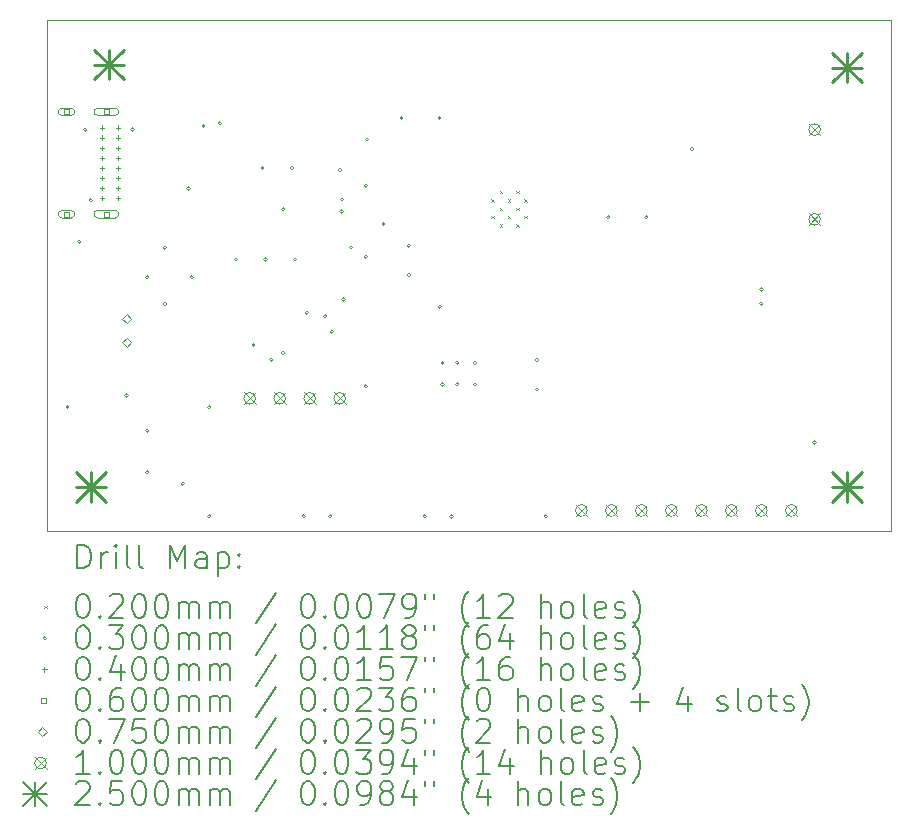
<source format=gbr>
%TF.GenerationSoftware,KiCad,Pcbnew,8.0.5*%
%TF.CreationDate,2024-12-20T12:53:45-05:00*%
%TF.ProjectId,coffee-scale,636f6666-6565-42d7-9363-616c652e6b69,rev?*%
%TF.SameCoordinates,Original*%
%TF.FileFunction,Drillmap*%
%TF.FilePolarity,Positive*%
%FSLAX45Y45*%
G04 Gerber Fmt 4.5, Leading zero omitted, Abs format (unit mm)*
G04 Created by KiCad (PCBNEW 8.0.5) date 2024-12-20 12:53:45*
%MOMM*%
%LPD*%
G01*
G04 APERTURE LIST*
%ADD10C,0.050000*%
%ADD11C,0.200000*%
%ADD12C,0.100000*%
%ADD13C,0.250000*%
G04 APERTURE END LIST*
D10*
X12775000Y-9250000D02*
X19925000Y-9250000D01*
X19925000Y-13575000D01*
X12775000Y-13575000D01*
X12775000Y-9250000D01*
D11*
D12*
X16538500Y-10766000D02*
X16558500Y-10786000D01*
X16558500Y-10766000D02*
X16538500Y-10786000D01*
X16538500Y-10906000D02*
X16558500Y-10926000D01*
X16558500Y-10906000D02*
X16538500Y-10926000D01*
X16608500Y-10696000D02*
X16628500Y-10716000D01*
X16628500Y-10696000D02*
X16608500Y-10716000D01*
X16608500Y-10836000D02*
X16628500Y-10856000D01*
X16628500Y-10836000D02*
X16608500Y-10856000D01*
X16608500Y-10976000D02*
X16628500Y-10996000D01*
X16628500Y-10976000D02*
X16608500Y-10996000D01*
X16678500Y-10766000D02*
X16698500Y-10786000D01*
X16698500Y-10766000D02*
X16678500Y-10786000D01*
X16678500Y-10906000D02*
X16698500Y-10926000D01*
X16698500Y-10906000D02*
X16678500Y-10926000D01*
X16748500Y-10696000D02*
X16768500Y-10716000D01*
X16768500Y-10696000D02*
X16748500Y-10716000D01*
X16748500Y-10836000D02*
X16768500Y-10856000D01*
X16768500Y-10836000D02*
X16748500Y-10856000D01*
X16748500Y-10976000D02*
X16768500Y-10996000D01*
X16768500Y-10976000D02*
X16748500Y-10996000D01*
X16818500Y-10766000D02*
X16838500Y-10786000D01*
X16838500Y-10766000D02*
X16818500Y-10786000D01*
X16818500Y-10906000D02*
X16838500Y-10926000D01*
X16838500Y-10906000D02*
X16818500Y-10926000D01*
X12965000Y-12525000D02*
G75*
G02*
X12935000Y-12525000I-15000J0D01*
G01*
X12935000Y-12525000D02*
G75*
G02*
X12965000Y-12525000I15000J0D01*
G01*
X13065000Y-11125000D02*
G75*
G02*
X13035000Y-11125000I-15000J0D01*
G01*
X13035000Y-11125000D02*
G75*
G02*
X13065000Y-11125000I15000J0D01*
G01*
X13115000Y-10175000D02*
G75*
G02*
X13085000Y-10175000I-15000J0D01*
G01*
X13085000Y-10175000D02*
G75*
G02*
X13115000Y-10175000I15000J0D01*
G01*
X13162500Y-10772500D02*
G75*
G02*
X13132500Y-10772500I-15000J0D01*
G01*
X13132500Y-10772500D02*
G75*
G02*
X13162500Y-10772500I15000J0D01*
G01*
X13465000Y-12425000D02*
G75*
G02*
X13435000Y-12425000I-15000J0D01*
G01*
X13435000Y-12425000D02*
G75*
G02*
X13465000Y-12425000I15000J0D01*
G01*
X13515000Y-10175000D02*
G75*
G02*
X13485000Y-10175000I-15000J0D01*
G01*
X13485000Y-10175000D02*
G75*
G02*
X13515000Y-10175000I15000J0D01*
G01*
X13640000Y-11425000D02*
G75*
G02*
X13610000Y-11425000I-15000J0D01*
G01*
X13610000Y-11425000D02*
G75*
G02*
X13640000Y-11425000I15000J0D01*
G01*
X13640000Y-12725000D02*
G75*
G02*
X13610000Y-12725000I-15000J0D01*
G01*
X13610000Y-12725000D02*
G75*
G02*
X13640000Y-12725000I15000J0D01*
G01*
X13640000Y-13075000D02*
G75*
G02*
X13610000Y-13075000I-15000J0D01*
G01*
X13610000Y-13075000D02*
G75*
G02*
X13640000Y-13075000I15000J0D01*
G01*
X13790000Y-11175000D02*
G75*
G02*
X13760000Y-11175000I-15000J0D01*
G01*
X13760000Y-11175000D02*
G75*
G02*
X13790000Y-11175000I15000J0D01*
G01*
X13790000Y-11650000D02*
G75*
G02*
X13760000Y-11650000I-15000J0D01*
G01*
X13760000Y-11650000D02*
G75*
G02*
X13790000Y-11650000I15000J0D01*
G01*
X13940000Y-13175000D02*
G75*
G02*
X13910000Y-13175000I-15000J0D01*
G01*
X13910000Y-13175000D02*
G75*
G02*
X13940000Y-13175000I15000J0D01*
G01*
X13990000Y-10675000D02*
G75*
G02*
X13960000Y-10675000I-15000J0D01*
G01*
X13960000Y-10675000D02*
G75*
G02*
X13990000Y-10675000I15000J0D01*
G01*
X14015000Y-11425000D02*
G75*
G02*
X13985000Y-11425000I-15000J0D01*
G01*
X13985000Y-11425000D02*
G75*
G02*
X14015000Y-11425000I15000J0D01*
G01*
X14115000Y-10145000D02*
G75*
G02*
X14085000Y-10145000I-15000J0D01*
G01*
X14085000Y-10145000D02*
G75*
G02*
X14115000Y-10145000I15000J0D01*
G01*
X14165000Y-12525000D02*
G75*
G02*
X14135000Y-12525000I-15000J0D01*
G01*
X14135000Y-12525000D02*
G75*
G02*
X14165000Y-12525000I15000J0D01*
G01*
X14165000Y-13450000D02*
G75*
G02*
X14135000Y-13450000I-15000J0D01*
G01*
X14135000Y-13450000D02*
G75*
G02*
X14165000Y-13450000I15000J0D01*
G01*
X14253000Y-10122000D02*
G75*
G02*
X14223000Y-10122000I-15000J0D01*
G01*
X14223000Y-10122000D02*
G75*
G02*
X14253000Y-10122000I15000J0D01*
G01*
X14390000Y-11275000D02*
G75*
G02*
X14360000Y-11275000I-15000J0D01*
G01*
X14360000Y-11275000D02*
G75*
G02*
X14390000Y-11275000I15000J0D01*
G01*
X14540000Y-12000000D02*
G75*
G02*
X14510000Y-12000000I-15000J0D01*
G01*
X14510000Y-12000000D02*
G75*
G02*
X14540000Y-12000000I15000J0D01*
G01*
X14615000Y-10500000D02*
G75*
G02*
X14585000Y-10500000I-15000J0D01*
G01*
X14585000Y-10500000D02*
G75*
G02*
X14615000Y-10500000I15000J0D01*
G01*
X14640000Y-11275000D02*
G75*
G02*
X14610000Y-11275000I-15000J0D01*
G01*
X14610000Y-11275000D02*
G75*
G02*
X14640000Y-11275000I15000J0D01*
G01*
X14690000Y-12125000D02*
G75*
G02*
X14660000Y-12125000I-15000J0D01*
G01*
X14660000Y-12125000D02*
G75*
G02*
X14690000Y-12125000I15000J0D01*
G01*
X14790000Y-10850000D02*
G75*
G02*
X14760000Y-10850000I-15000J0D01*
G01*
X14760000Y-10850000D02*
G75*
G02*
X14790000Y-10850000I15000J0D01*
G01*
X14790000Y-12065000D02*
G75*
G02*
X14760000Y-12065000I-15000J0D01*
G01*
X14760000Y-12065000D02*
G75*
G02*
X14790000Y-12065000I15000J0D01*
G01*
X14865000Y-10500000D02*
G75*
G02*
X14835000Y-10500000I-15000J0D01*
G01*
X14835000Y-10500000D02*
G75*
G02*
X14865000Y-10500000I15000J0D01*
G01*
X14890000Y-11275000D02*
G75*
G02*
X14860000Y-11275000I-15000J0D01*
G01*
X14860000Y-11275000D02*
G75*
G02*
X14890000Y-11275000I15000J0D01*
G01*
X14965000Y-13450000D02*
G75*
G02*
X14935000Y-13450000I-15000J0D01*
G01*
X14935000Y-13450000D02*
G75*
G02*
X14965000Y-13450000I15000J0D01*
G01*
X14990000Y-11725000D02*
G75*
G02*
X14960000Y-11725000I-15000J0D01*
G01*
X14960000Y-11725000D02*
G75*
G02*
X14990000Y-11725000I15000J0D01*
G01*
X15148436Y-11755624D02*
G75*
G02*
X15118436Y-11755624I-15000J0D01*
G01*
X15118436Y-11755624D02*
G75*
G02*
X15148436Y-11755624I15000J0D01*
G01*
X15190000Y-13450000D02*
G75*
G02*
X15160000Y-13450000I-15000J0D01*
G01*
X15160000Y-13450000D02*
G75*
G02*
X15190000Y-13450000I15000J0D01*
G01*
X15202500Y-11887500D02*
G75*
G02*
X15172500Y-11887500I-15000J0D01*
G01*
X15172500Y-11887500D02*
G75*
G02*
X15202500Y-11887500I15000J0D01*
G01*
X15272500Y-10517500D02*
G75*
G02*
X15242500Y-10517500I-15000J0D01*
G01*
X15242500Y-10517500D02*
G75*
G02*
X15272500Y-10517500I15000J0D01*
G01*
X15285073Y-10870074D02*
G75*
G02*
X15255073Y-10870074I-15000J0D01*
G01*
X15255073Y-10870074D02*
G75*
G02*
X15285073Y-10870074I15000J0D01*
G01*
X15290000Y-10767500D02*
G75*
G02*
X15260000Y-10767500I-15000J0D01*
G01*
X15260000Y-10767500D02*
G75*
G02*
X15290000Y-10767500I15000J0D01*
G01*
X15302500Y-11612500D02*
G75*
G02*
X15272500Y-11612500I-15000J0D01*
G01*
X15272500Y-11612500D02*
G75*
G02*
X15302500Y-11612500I15000J0D01*
G01*
X15365000Y-11175000D02*
G75*
G02*
X15335000Y-11175000I-15000J0D01*
G01*
X15335000Y-11175000D02*
G75*
G02*
X15365000Y-11175000I15000J0D01*
G01*
X15490000Y-10650000D02*
G75*
G02*
X15460000Y-10650000I-15000J0D01*
G01*
X15460000Y-10650000D02*
G75*
G02*
X15490000Y-10650000I15000J0D01*
G01*
X15490000Y-11250000D02*
G75*
G02*
X15460000Y-11250000I-15000J0D01*
G01*
X15460000Y-11250000D02*
G75*
G02*
X15490000Y-11250000I15000J0D01*
G01*
X15490000Y-12350000D02*
G75*
G02*
X15460000Y-12350000I-15000J0D01*
G01*
X15460000Y-12350000D02*
G75*
G02*
X15490000Y-12350000I15000J0D01*
G01*
X15499500Y-10259500D02*
G75*
G02*
X15469500Y-10259500I-15000J0D01*
G01*
X15469500Y-10259500D02*
G75*
G02*
X15499500Y-10259500I15000J0D01*
G01*
X15640000Y-10975000D02*
G75*
G02*
X15610000Y-10975000I-15000J0D01*
G01*
X15610000Y-10975000D02*
G75*
G02*
X15640000Y-10975000I15000J0D01*
G01*
X15793500Y-10075898D02*
G75*
G02*
X15763500Y-10075898I-15000J0D01*
G01*
X15763500Y-10075898D02*
G75*
G02*
X15793500Y-10075898I15000J0D01*
G01*
X15853500Y-11158000D02*
G75*
G02*
X15823500Y-11158000I-15000J0D01*
G01*
X15823500Y-11158000D02*
G75*
G02*
X15853500Y-11158000I15000J0D01*
G01*
X15855424Y-11405000D02*
G75*
G02*
X15825424Y-11405000I-15000J0D01*
G01*
X15825424Y-11405000D02*
G75*
G02*
X15855424Y-11405000I15000J0D01*
G01*
X15990000Y-13450000D02*
G75*
G02*
X15960000Y-13450000I-15000J0D01*
G01*
X15960000Y-13450000D02*
G75*
G02*
X15990000Y-13450000I15000J0D01*
G01*
X16115000Y-10075898D02*
G75*
G02*
X16085000Y-10075898I-15000J0D01*
G01*
X16085000Y-10075898D02*
G75*
G02*
X16115000Y-10075898I15000J0D01*
G01*
X16115000Y-11675000D02*
G75*
G02*
X16085000Y-11675000I-15000J0D01*
G01*
X16085000Y-11675000D02*
G75*
G02*
X16115000Y-11675000I15000J0D01*
G01*
X16140000Y-12150000D02*
G75*
G02*
X16110000Y-12150000I-15000J0D01*
G01*
X16110000Y-12150000D02*
G75*
G02*
X16140000Y-12150000I15000J0D01*
G01*
X16140000Y-12332500D02*
G75*
G02*
X16110000Y-12332500I-15000J0D01*
G01*
X16110000Y-12332500D02*
G75*
G02*
X16140000Y-12332500I15000J0D01*
G01*
X16215000Y-13450000D02*
G75*
G02*
X16185000Y-13450000I-15000J0D01*
G01*
X16185000Y-13450000D02*
G75*
G02*
X16215000Y-13450000I15000J0D01*
G01*
X16265000Y-12150000D02*
G75*
G02*
X16235000Y-12150000I-15000J0D01*
G01*
X16235000Y-12150000D02*
G75*
G02*
X16265000Y-12150000I15000J0D01*
G01*
X16265000Y-12332500D02*
G75*
G02*
X16235000Y-12332500I-15000J0D01*
G01*
X16235000Y-12332500D02*
G75*
G02*
X16265000Y-12332500I15000J0D01*
G01*
X16415000Y-12150000D02*
G75*
G02*
X16385000Y-12150000I-15000J0D01*
G01*
X16385000Y-12150000D02*
G75*
G02*
X16415000Y-12150000I15000J0D01*
G01*
X16415000Y-12332500D02*
G75*
G02*
X16385000Y-12332500I-15000J0D01*
G01*
X16385000Y-12332500D02*
G75*
G02*
X16415000Y-12332500I15000J0D01*
G01*
X16940000Y-12125000D02*
G75*
G02*
X16910000Y-12125000I-15000J0D01*
G01*
X16910000Y-12125000D02*
G75*
G02*
X16940000Y-12125000I15000J0D01*
G01*
X16940000Y-12375000D02*
G75*
G02*
X16910000Y-12375000I-15000J0D01*
G01*
X16910000Y-12375000D02*
G75*
G02*
X16940000Y-12375000I15000J0D01*
G01*
X17015000Y-13450000D02*
G75*
G02*
X16985000Y-13450000I-15000J0D01*
G01*
X16985000Y-13450000D02*
G75*
G02*
X17015000Y-13450000I15000J0D01*
G01*
X17543500Y-10916000D02*
G75*
G02*
X17513500Y-10916000I-15000J0D01*
G01*
X17513500Y-10916000D02*
G75*
G02*
X17543500Y-10916000I15000J0D01*
G01*
X17865000Y-10916000D02*
G75*
G02*
X17835000Y-10916000I-15000J0D01*
G01*
X17835000Y-10916000D02*
G75*
G02*
X17865000Y-10916000I15000J0D01*
G01*
X18252500Y-10337500D02*
G75*
G02*
X18222500Y-10337500I-15000J0D01*
G01*
X18222500Y-10337500D02*
G75*
G02*
X18252500Y-10337500I15000J0D01*
G01*
X18840000Y-11530000D02*
G75*
G02*
X18810000Y-11530000I-15000J0D01*
G01*
X18810000Y-11530000D02*
G75*
G02*
X18840000Y-11530000I15000J0D01*
G01*
X18840000Y-11650000D02*
G75*
G02*
X18810000Y-11650000I-15000J0D01*
G01*
X18810000Y-11650000D02*
G75*
G02*
X18840000Y-11650000I15000J0D01*
G01*
X19290000Y-12825000D02*
G75*
G02*
X19260000Y-12825000I-15000J0D01*
G01*
X19260000Y-12825000D02*
G75*
G02*
X19290000Y-12825000I15000J0D01*
G01*
X13242500Y-10140000D02*
X13242500Y-10180000D01*
X13222500Y-10160000D02*
X13262500Y-10160000D01*
X13242500Y-10225000D02*
X13242500Y-10265000D01*
X13222500Y-10245000D02*
X13262500Y-10245000D01*
X13242500Y-10310000D02*
X13242500Y-10350000D01*
X13222500Y-10330000D02*
X13262500Y-10330000D01*
X13242500Y-10395000D02*
X13242500Y-10435000D01*
X13222500Y-10415000D02*
X13262500Y-10415000D01*
X13242500Y-10480000D02*
X13242500Y-10520000D01*
X13222500Y-10500000D02*
X13262500Y-10500000D01*
X13242500Y-10565000D02*
X13242500Y-10605000D01*
X13222500Y-10585000D02*
X13262500Y-10585000D01*
X13242500Y-10650000D02*
X13242500Y-10690000D01*
X13222500Y-10670000D02*
X13262500Y-10670000D01*
X13242500Y-10735000D02*
X13242500Y-10775000D01*
X13222500Y-10755000D02*
X13262500Y-10755000D01*
X13377500Y-10140000D02*
X13377500Y-10180000D01*
X13357500Y-10160000D02*
X13397500Y-10160000D01*
X13377500Y-10225000D02*
X13377500Y-10265000D01*
X13357500Y-10245000D02*
X13397500Y-10245000D01*
X13377500Y-10310000D02*
X13377500Y-10350000D01*
X13357500Y-10330000D02*
X13397500Y-10330000D01*
X13377500Y-10395000D02*
X13377500Y-10435000D01*
X13357500Y-10415000D02*
X13397500Y-10415000D01*
X13377500Y-10480000D02*
X13377500Y-10520000D01*
X13357500Y-10500000D02*
X13397500Y-10500000D01*
X13377500Y-10565000D02*
X13377500Y-10605000D01*
X13357500Y-10585000D02*
X13397500Y-10585000D01*
X13377500Y-10650000D02*
X13377500Y-10690000D01*
X13357500Y-10670000D02*
X13397500Y-10670000D01*
X13377500Y-10735000D02*
X13377500Y-10775000D01*
X13357500Y-10755000D02*
X13397500Y-10755000D01*
X12962713Y-10046213D02*
X12962713Y-10003787D01*
X12920287Y-10003787D01*
X12920287Y-10046213D01*
X12962713Y-10046213D01*
X12981500Y-9995000D02*
X12901500Y-9995000D01*
X12901500Y-10055000D02*
G75*
G02*
X12901500Y-9995000I0J30000D01*
G01*
X12901500Y-10055000D02*
X12981500Y-10055000D01*
X12981500Y-10055000D02*
G75*
G03*
X12981500Y-9995000I0J30000D01*
G01*
X12962713Y-10911213D02*
X12962713Y-10868787D01*
X12920287Y-10868787D01*
X12920287Y-10911213D01*
X12962713Y-10911213D01*
X12981500Y-10860000D02*
X12901500Y-10860000D01*
X12901500Y-10920000D02*
G75*
G02*
X12901500Y-10860000I0J30000D01*
G01*
X12901500Y-10920000D02*
X12981500Y-10920000D01*
X12981500Y-10920000D02*
G75*
G03*
X12981500Y-10860000I0J30000D01*
G01*
X13300713Y-10046213D02*
X13300713Y-10003787D01*
X13258287Y-10003787D01*
X13258287Y-10046213D01*
X13300713Y-10046213D01*
X13354500Y-9995000D02*
X13204500Y-9995000D01*
X13204500Y-10055000D02*
G75*
G02*
X13204500Y-9995000I0J30000D01*
G01*
X13204500Y-10055000D02*
X13354500Y-10055000D01*
X13354500Y-10055000D02*
G75*
G03*
X13354500Y-9995000I0J30000D01*
G01*
X13300713Y-10911213D02*
X13300713Y-10868787D01*
X13258287Y-10868787D01*
X13258287Y-10911213D01*
X13300713Y-10911213D01*
X13354500Y-10860000D02*
X13204500Y-10860000D01*
X13204500Y-10920000D02*
G75*
G02*
X13204500Y-10860000I0J30000D01*
G01*
X13204500Y-10920000D02*
X13354500Y-10920000D01*
X13354500Y-10920000D02*
G75*
G03*
X13354500Y-10860000I0J30000D01*
G01*
X13450000Y-11812500D02*
X13487500Y-11775000D01*
X13450000Y-11737500D01*
X13412500Y-11775000D01*
X13450000Y-11812500D01*
X13450000Y-12012500D02*
X13487500Y-11975000D01*
X13450000Y-11937500D01*
X13412500Y-11975000D01*
X13450000Y-12012500D01*
X14442000Y-12400000D02*
X14542000Y-12500000D01*
X14542000Y-12400000D02*
X14442000Y-12500000D01*
X14542000Y-12450000D02*
G75*
G02*
X14442000Y-12450000I-50000J0D01*
G01*
X14442000Y-12450000D02*
G75*
G02*
X14542000Y-12450000I50000J0D01*
G01*
X14696000Y-12400000D02*
X14796000Y-12500000D01*
X14796000Y-12400000D02*
X14696000Y-12500000D01*
X14796000Y-12450000D02*
G75*
G02*
X14696000Y-12450000I-50000J0D01*
G01*
X14696000Y-12450000D02*
G75*
G02*
X14796000Y-12450000I50000J0D01*
G01*
X14950000Y-12400000D02*
X15050000Y-12500000D01*
X15050000Y-12400000D02*
X14950000Y-12500000D01*
X15050000Y-12450000D02*
G75*
G02*
X14950000Y-12450000I-50000J0D01*
G01*
X14950000Y-12450000D02*
G75*
G02*
X15050000Y-12450000I50000J0D01*
G01*
X15204000Y-12400000D02*
X15304000Y-12500000D01*
X15304000Y-12400000D02*
X15204000Y-12500000D01*
X15304000Y-12450000D02*
G75*
G02*
X15204000Y-12450000I-50000J0D01*
G01*
X15204000Y-12450000D02*
G75*
G02*
X15304000Y-12450000I50000J0D01*
G01*
X17251000Y-13350000D02*
X17351000Y-13450000D01*
X17351000Y-13350000D02*
X17251000Y-13450000D01*
X17351000Y-13400000D02*
G75*
G02*
X17251000Y-13400000I-50000J0D01*
G01*
X17251000Y-13400000D02*
G75*
G02*
X17351000Y-13400000I50000J0D01*
G01*
X17505000Y-13350000D02*
X17605000Y-13450000D01*
X17605000Y-13350000D02*
X17505000Y-13450000D01*
X17605000Y-13400000D02*
G75*
G02*
X17505000Y-13400000I-50000J0D01*
G01*
X17505000Y-13400000D02*
G75*
G02*
X17605000Y-13400000I50000J0D01*
G01*
X17759000Y-13350000D02*
X17859000Y-13450000D01*
X17859000Y-13350000D02*
X17759000Y-13450000D01*
X17859000Y-13400000D02*
G75*
G02*
X17759000Y-13400000I-50000J0D01*
G01*
X17759000Y-13400000D02*
G75*
G02*
X17859000Y-13400000I50000J0D01*
G01*
X18013000Y-13350000D02*
X18113000Y-13450000D01*
X18113000Y-13350000D02*
X18013000Y-13450000D01*
X18113000Y-13400000D02*
G75*
G02*
X18013000Y-13400000I-50000J0D01*
G01*
X18013000Y-13400000D02*
G75*
G02*
X18113000Y-13400000I50000J0D01*
G01*
X18267000Y-13350000D02*
X18367000Y-13450000D01*
X18367000Y-13350000D02*
X18267000Y-13450000D01*
X18367000Y-13400000D02*
G75*
G02*
X18267000Y-13400000I-50000J0D01*
G01*
X18267000Y-13400000D02*
G75*
G02*
X18367000Y-13400000I50000J0D01*
G01*
X18521000Y-13350000D02*
X18621000Y-13450000D01*
X18621000Y-13350000D02*
X18521000Y-13450000D01*
X18621000Y-13400000D02*
G75*
G02*
X18521000Y-13400000I-50000J0D01*
G01*
X18521000Y-13400000D02*
G75*
G02*
X18621000Y-13400000I50000J0D01*
G01*
X18775000Y-13350000D02*
X18875000Y-13450000D01*
X18875000Y-13350000D02*
X18775000Y-13450000D01*
X18875000Y-13400000D02*
G75*
G02*
X18775000Y-13400000I-50000J0D01*
G01*
X18775000Y-13400000D02*
G75*
G02*
X18875000Y-13400000I50000J0D01*
G01*
X19029000Y-13350000D02*
X19129000Y-13450000D01*
X19129000Y-13350000D02*
X19029000Y-13450000D01*
X19129000Y-13400000D02*
G75*
G02*
X19029000Y-13400000I-50000J0D01*
G01*
X19029000Y-13400000D02*
G75*
G02*
X19129000Y-13400000I50000J0D01*
G01*
X19225000Y-10125000D02*
X19325000Y-10225000D01*
X19325000Y-10125000D02*
X19225000Y-10225000D01*
X19325000Y-10175000D02*
G75*
G02*
X19225000Y-10175000I-50000J0D01*
G01*
X19225000Y-10175000D02*
G75*
G02*
X19325000Y-10175000I50000J0D01*
G01*
X19225000Y-10885000D02*
X19325000Y-10985000D01*
X19325000Y-10885000D02*
X19225000Y-10985000D01*
X19325000Y-10935000D02*
G75*
G02*
X19225000Y-10935000I-50000J0D01*
G01*
X19225000Y-10935000D02*
G75*
G02*
X19325000Y-10935000I50000J0D01*
G01*
D13*
X13025000Y-13075000D02*
X13275000Y-13325000D01*
X13275000Y-13075000D02*
X13025000Y-13325000D01*
X13150000Y-13075000D02*
X13150000Y-13325000D01*
X13025000Y-13200000D02*
X13275000Y-13200000D01*
X13175000Y-9500000D02*
X13425000Y-9750000D01*
X13425000Y-9500000D02*
X13175000Y-9750000D01*
X13300000Y-9500000D02*
X13300000Y-9750000D01*
X13175000Y-9625000D02*
X13425000Y-9625000D01*
X19425000Y-9525000D02*
X19675000Y-9775000D01*
X19675000Y-9525000D02*
X19425000Y-9775000D01*
X19550000Y-9525000D02*
X19550000Y-9775000D01*
X19425000Y-9650000D02*
X19675000Y-9650000D01*
X19425000Y-13075000D02*
X19675000Y-13325000D01*
X19675000Y-13075000D02*
X19425000Y-13325000D01*
X19550000Y-13075000D02*
X19550000Y-13325000D01*
X19425000Y-13200000D02*
X19675000Y-13200000D01*
D11*
X13033277Y-13888984D02*
X13033277Y-13688984D01*
X13033277Y-13688984D02*
X13080896Y-13688984D01*
X13080896Y-13688984D02*
X13109467Y-13698508D01*
X13109467Y-13698508D02*
X13128515Y-13717555D01*
X13128515Y-13717555D02*
X13138039Y-13736603D01*
X13138039Y-13736603D02*
X13147562Y-13774698D01*
X13147562Y-13774698D02*
X13147562Y-13803269D01*
X13147562Y-13803269D02*
X13138039Y-13841365D01*
X13138039Y-13841365D02*
X13128515Y-13860412D01*
X13128515Y-13860412D02*
X13109467Y-13879460D01*
X13109467Y-13879460D02*
X13080896Y-13888984D01*
X13080896Y-13888984D02*
X13033277Y-13888984D01*
X13233277Y-13888984D02*
X13233277Y-13755650D01*
X13233277Y-13793746D02*
X13242801Y-13774698D01*
X13242801Y-13774698D02*
X13252324Y-13765174D01*
X13252324Y-13765174D02*
X13271372Y-13755650D01*
X13271372Y-13755650D02*
X13290420Y-13755650D01*
X13357086Y-13888984D02*
X13357086Y-13755650D01*
X13357086Y-13688984D02*
X13347562Y-13698508D01*
X13347562Y-13698508D02*
X13357086Y-13708031D01*
X13357086Y-13708031D02*
X13366610Y-13698508D01*
X13366610Y-13698508D02*
X13357086Y-13688984D01*
X13357086Y-13688984D02*
X13357086Y-13708031D01*
X13480896Y-13888984D02*
X13461848Y-13879460D01*
X13461848Y-13879460D02*
X13452324Y-13860412D01*
X13452324Y-13860412D02*
X13452324Y-13688984D01*
X13585658Y-13888984D02*
X13566610Y-13879460D01*
X13566610Y-13879460D02*
X13557086Y-13860412D01*
X13557086Y-13860412D02*
X13557086Y-13688984D01*
X13814229Y-13888984D02*
X13814229Y-13688984D01*
X13814229Y-13688984D02*
X13880896Y-13831841D01*
X13880896Y-13831841D02*
X13947562Y-13688984D01*
X13947562Y-13688984D02*
X13947562Y-13888984D01*
X14128515Y-13888984D02*
X14128515Y-13784222D01*
X14128515Y-13784222D02*
X14118991Y-13765174D01*
X14118991Y-13765174D02*
X14099943Y-13755650D01*
X14099943Y-13755650D02*
X14061848Y-13755650D01*
X14061848Y-13755650D02*
X14042801Y-13765174D01*
X14128515Y-13879460D02*
X14109467Y-13888984D01*
X14109467Y-13888984D02*
X14061848Y-13888984D01*
X14061848Y-13888984D02*
X14042801Y-13879460D01*
X14042801Y-13879460D02*
X14033277Y-13860412D01*
X14033277Y-13860412D02*
X14033277Y-13841365D01*
X14033277Y-13841365D02*
X14042801Y-13822317D01*
X14042801Y-13822317D02*
X14061848Y-13812793D01*
X14061848Y-13812793D02*
X14109467Y-13812793D01*
X14109467Y-13812793D02*
X14128515Y-13803269D01*
X14223753Y-13755650D02*
X14223753Y-13955650D01*
X14223753Y-13765174D02*
X14242801Y-13755650D01*
X14242801Y-13755650D02*
X14280896Y-13755650D01*
X14280896Y-13755650D02*
X14299943Y-13765174D01*
X14299943Y-13765174D02*
X14309467Y-13774698D01*
X14309467Y-13774698D02*
X14318991Y-13793746D01*
X14318991Y-13793746D02*
X14318991Y-13850888D01*
X14318991Y-13850888D02*
X14309467Y-13869936D01*
X14309467Y-13869936D02*
X14299943Y-13879460D01*
X14299943Y-13879460D02*
X14280896Y-13888984D01*
X14280896Y-13888984D02*
X14242801Y-13888984D01*
X14242801Y-13888984D02*
X14223753Y-13879460D01*
X14404705Y-13869936D02*
X14414229Y-13879460D01*
X14414229Y-13879460D02*
X14404705Y-13888984D01*
X14404705Y-13888984D02*
X14395182Y-13879460D01*
X14395182Y-13879460D02*
X14404705Y-13869936D01*
X14404705Y-13869936D02*
X14404705Y-13888984D01*
X14404705Y-13765174D02*
X14414229Y-13774698D01*
X14414229Y-13774698D02*
X14404705Y-13784222D01*
X14404705Y-13784222D02*
X14395182Y-13774698D01*
X14395182Y-13774698D02*
X14404705Y-13765174D01*
X14404705Y-13765174D02*
X14404705Y-13784222D01*
D12*
X12752500Y-14207500D02*
X12772500Y-14227500D01*
X12772500Y-14207500D02*
X12752500Y-14227500D01*
D11*
X13071372Y-14108984D02*
X13090420Y-14108984D01*
X13090420Y-14108984D02*
X13109467Y-14118508D01*
X13109467Y-14118508D02*
X13118991Y-14128031D01*
X13118991Y-14128031D02*
X13128515Y-14147079D01*
X13128515Y-14147079D02*
X13138039Y-14185174D01*
X13138039Y-14185174D02*
X13138039Y-14232793D01*
X13138039Y-14232793D02*
X13128515Y-14270888D01*
X13128515Y-14270888D02*
X13118991Y-14289936D01*
X13118991Y-14289936D02*
X13109467Y-14299460D01*
X13109467Y-14299460D02*
X13090420Y-14308984D01*
X13090420Y-14308984D02*
X13071372Y-14308984D01*
X13071372Y-14308984D02*
X13052324Y-14299460D01*
X13052324Y-14299460D02*
X13042801Y-14289936D01*
X13042801Y-14289936D02*
X13033277Y-14270888D01*
X13033277Y-14270888D02*
X13023753Y-14232793D01*
X13023753Y-14232793D02*
X13023753Y-14185174D01*
X13023753Y-14185174D02*
X13033277Y-14147079D01*
X13033277Y-14147079D02*
X13042801Y-14128031D01*
X13042801Y-14128031D02*
X13052324Y-14118508D01*
X13052324Y-14118508D02*
X13071372Y-14108984D01*
X13223753Y-14289936D02*
X13233277Y-14299460D01*
X13233277Y-14299460D02*
X13223753Y-14308984D01*
X13223753Y-14308984D02*
X13214229Y-14299460D01*
X13214229Y-14299460D02*
X13223753Y-14289936D01*
X13223753Y-14289936D02*
X13223753Y-14308984D01*
X13309467Y-14128031D02*
X13318991Y-14118508D01*
X13318991Y-14118508D02*
X13338039Y-14108984D01*
X13338039Y-14108984D02*
X13385658Y-14108984D01*
X13385658Y-14108984D02*
X13404705Y-14118508D01*
X13404705Y-14118508D02*
X13414229Y-14128031D01*
X13414229Y-14128031D02*
X13423753Y-14147079D01*
X13423753Y-14147079D02*
X13423753Y-14166127D01*
X13423753Y-14166127D02*
X13414229Y-14194698D01*
X13414229Y-14194698D02*
X13299943Y-14308984D01*
X13299943Y-14308984D02*
X13423753Y-14308984D01*
X13547562Y-14108984D02*
X13566610Y-14108984D01*
X13566610Y-14108984D02*
X13585658Y-14118508D01*
X13585658Y-14118508D02*
X13595182Y-14128031D01*
X13595182Y-14128031D02*
X13604705Y-14147079D01*
X13604705Y-14147079D02*
X13614229Y-14185174D01*
X13614229Y-14185174D02*
X13614229Y-14232793D01*
X13614229Y-14232793D02*
X13604705Y-14270888D01*
X13604705Y-14270888D02*
X13595182Y-14289936D01*
X13595182Y-14289936D02*
X13585658Y-14299460D01*
X13585658Y-14299460D02*
X13566610Y-14308984D01*
X13566610Y-14308984D02*
X13547562Y-14308984D01*
X13547562Y-14308984D02*
X13528515Y-14299460D01*
X13528515Y-14299460D02*
X13518991Y-14289936D01*
X13518991Y-14289936D02*
X13509467Y-14270888D01*
X13509467Y-14270888D02*
X13499943Y-14232793D01*
X13499943Y-14232793D02*
X13499943Y-14185174D01*
X13499943Y-14185174D02*
X13509467Y-14147079D01*
X13509467Y-14147079D02*
X13518991Y-14128031D01*
X13518991Y-14128031D02*
X13528515Y-14118508D01*
X13528515Y-14118508D02*
X13547562Y-14108984D01*
X13738039Y-14108984D02*
X13757086Y-14108984D01*
X13757086Y-14108984D02*
X13776134Y-14118508D01*
X13776134Y-14118508D02*
X13785658Y-14128031D01*
X13785658Y-14128031D02*
X13795182Y-14147079D01*
X13795182Y-14147079D02*
X13804705Y-14185174D01*
X13804705Y-14185174D02*
X13804705Y-14232793D01*
X13804705Y-14232793D02*
X13795182Y-14270888D01*
X13795182Y-14270888D02*
X13785658Y-14289936D01*
X13785658Y-14289936D02*
X13776134Y-14299460D01*
X13776134Y-14299460D02*
X13757086Y-14308984D01*
X13757086Y-14308984D02*
X13738039Y-14308984D01*
X13738039Y-14308984D02*
X13718991Y-14299460D01*
X13718991Y-14299460D02*
X13709467Y-14289936D01*
X13709467Y-14289936D02*
X13699943Y-14270888D01*
X13699943Y-14270888D02*
X13690420Y-14232793D01*
X13690420Y-14232793D02*
X13690420Y-14185174D01*
X13690420Y-14185174D02*
X13699943Y-14147079D01*
X13699943Y-14147079D02*
X13709467Y-14128031D01*
X13709467Y-14128031D02*
X13718991Y-14118508D01*
X13718991Y-14118508D02*
X13738039Y-14108984D01*
X13890420Y-14308984D02*
X13890420Y-14175650D01*
X13890420Y-14194698D02*
X13899943Y-14185174D01*
X13899943Y-14185174D02*
X13918991Y-14175650D01*
X13918991Y-14175650D02*
X13947563Y-14175650D01*
X13947563Y-14175650D02*
X13966610Y-14185174D01*
X13966610Y-14185174D02*
X13976134Y-14204222D01*
X13976134Y-14204222D02*
X13976134Y-14308984D01*
X13976134Y-14204222D02*
X13985658Y-14185174D01*
X13985658Y-14185174D02*
X14004705Y-14175650D01*
X14004705Y-14175650D02*
X14033277Y-14175650D01*
X14033277Y-14175650D02*
X14052324Y-14185174D01*
X14052324Y-14185174D02*
X14061848Y-14204222D01*
X14061848Y-14204222D02*
X14061848Y-14308984D01*
X14157086Y-14308984D02*
X14157086Y-14175650D01*
X14157086Y-14194698D02*
X14166610Y-14185174D01*
X14166610Y-14185174D02*
X14185658Y-14175650D01*
X14185658Y-14175650D02*
X14214229Y-14175650D01*
X14214229Y-14175650D02*
X14233277Y-14185174D01*
X14233277Y-14185174D02*
X14242801Y-14204222D01*
X14242801Y-14204222D02*
X14242801Y-14308984D01*
X14242801Y-14204222D02*
X14252324Y-14185174D01*
X14252324Y-14185174D02*
X14271372Y-14175650D01*
X14271372Y-14175650D02*
X14299943Y-14175650D01*
X14299943Y-14175650D02*
X14318991Y-14185174D01*
X14318991Y-14185174D02*
X14328515Y-14204222D01*
X14328515Y-14204222D02*
X14328515Y-14308984D01*
X14718991Y-14099460D02*
X14547563Y-14356603D01*
X14976134Y-14108984D02*
X14995182Y-14108984D01*
X14995182Y-14108984D02*
X15014229Y-14118508D01*
X15014229Y-14118508D02*
X15023753Y-14128031D01*
X15023753Y-14128031D02*
X15033277Y-14147079D01*
X15033277Y-14147079D02*
X15042801Y-14185174D01*
X15042801Y-14185174D02*
X15042801Y-14232793D01*
X15042801Y-14232793D02*
X15033277Y-14270888D01*
X15033277Y-14270888D02*
X15023753Y-14289936D01*
X15023753Y-14289936D02*
X15014229Y-14299460D01*
X15014229Y-14299460D02*
X14995182Y-14308984D01*
X14995182Y-14308984D02*
X14976134Y-14308984D01*
X14976134Y-14308984D02*
X14957086Y-14299460D01*
X14957086Y-14299460D02*
X14947563Y-14289936D01*
X14947563Y-14289936D02*
X14938039Y-14270888D01*
X14938039Y-14270888D02*
X14928515Y-14232793D01*
X14928515Y-14232793D02*
X14928515Y-14185174D01*
X14928515Y-14185174D02*
X14938039Y-14147079D01*
X14938039Y-14147079D02*
X14947563Y-14128031D01*
X14947563Y-14128031D02*
X14957086Y-14118508D01*
X14957086Y-14118508D02*
X14976134Y-14108984D01*
X15128515Y-14289936D02*
X15138039Y-14299460D01*
X15138039Y-14299460D02*
X15128515Y-14308984D01*
X15128515Y-14308984D02*
X15118991Y-14299460D01*
X15118991Y-14299460D02*
X15128515Y-14289936D01*
X15128515Y-14289936D02*
X15128515Y-14308984D01*
X15261848Y-14108984D02*
X15280896Y-14108984D01*
X15280896Y-14108984D02*
X15299944Y-14118508D01*
X15299944Y-14118508D02*
X15309467Y-14128031D01*
X15309467Y-14128031D02*
X15318991Y-14147079D01*
X15318991Y-14147079D02*
X15328515Y-14185174D01*
X15328515Y-14185174D02*
X15328515Y-14232793D01*
X15328515Y-14232793D02*
X15318991Y-14270888D01*
X15318991Y-14270888D02*
X15309467Y-14289936D01*
X15309467Y-14289936D02*
X15299944Y-14299460D01*
X15299944Y-14299460D02*
X15280896Y-14308984D01*
X15280896Y-14308984D02*
X15261848Y-14308984D01*
X15261848Y-14308984D02*
X15242801Y-14299460D01*
X15242801Y-14299460D02*
X15233277Y-14289936D01*
X15233277Y-14289936D02*
X15223753Y-14270888D01*
X15223753Y-14270888D02*
X15214229Y-14232793D01*
X15214229Y-14232793D02*
X15214229Y-14185174D01*
X15214229Y-14185174D02*
X15223753Y-14147079D01*
X15223753Y-14147079D02*
X15233277Y-14128031D01*
X15233277Y-14128031D02*
X15242801Y-14118508D01*
X15242801Y-14118508D02*
X15261848Y-14108984D01*
X15452325Y-14108984D02*
X15471372Y-14108984D01*
X15471372Y-14108984D02*
X15490420Y-14118508D01*
X15490420Y-14118508D02*
X15499944Y-14128031D01*
X15499944Y-14128031D02*
X15509467Y-14147079D01*
X15509467Y-14147079D02*
X15518991Y-14185174D01*
X15518991Y-14185174D02*
X15518991Y-14232793D01*
X15518991Y-14232793D02*
X15509467Y-14270888D01*
X15509467Y-14270888D02*
X15499944Y-14289936D01*
X15499944Y-14289936D02*
X15490420Y-14299460D01*
X15490420Y-14299460D02*
X15471372Y-14308984D01*
X15471372Y-14308984D02*
X15452325Y-14308984D01*
X15452325Y-14308984D02*
X15433277Y-14299460D01*
X15433277Y-14299460D02*
X15423753Y-14289936D01*
X15423753Y-14289936D02*
X15414229Y-14270888D01*
X15414229Y-14270888D02*
X15404706Y-14232793D01*
X15404706Y-14232793D02*
X15404706Y-14185174D01*
X15404706Y-14185174D02*
X15414229Y-14147079D01*
X15414229Y-14147079D02*
X15423753Y-14128031D01*
X15423753Y-14128031D02*
X15433277Y-14118508D01*
X15433277Y-14118508D02*
X15452325Y-14108984D01*
X15585658Y-14108984D02*
X15718991Y-14108984D01*
X15718991Y-14108984D02*
X15633277Y-14308984D01*
X15804706Y-14308984D02*
X15842801Y-14308984D01*
X15842801Y-14308984D02*
X15861848Y-14299460D01*
X15861848Y-14299460D02*
X15871372Y-14289936D01*
X15871372Y-14289936D02*
X15890420Y-14261365D01*
X15890420Y-14261365D02*
X15899944Y-14223269D01*
X15899944Y-14223269D02*
X15899944Y-14147079D01*
X15899944Y-14147079D02*
X15890420Y-14128031D01*
X15890420Y-14128031D02*
X15880896Y-14118508D01*
X15880896Y-14118508D02*
X15861848Y-14108984D01*
X15861848Y-14108984D02*
X15823753Y-14108984D01*
X15823753Y-14108984D02*
X15804706Y-14118508D01*
X15804706Y-14118508D02*
X15795182Y-14128031D01*
X15795182Y-14128031D02*
X15785658Y-14147079D01*
X15785658Y-14147079D02*
X15785658Y-14194698D01*
X15785658Y-14194698D02*
X15795182Y-14213746D01*
X15795182Y-14213746D02*
X15804706Y-14223269D01*
X15804706Y-14223269D02*
X15823753Y-14232793D01*
X15823753Y-14232793D02*
X15861848Y-14232793D01*
X15861848Y-14232793D02*
X15880896Y-14223269D01*
X15880896Y-14223269D02*
X15890420Y-14213746D01*
X15890420Y-14213746D02*
X15899944Y-14194698D01*
X15976134Y-14108984D02*
X15976134Y-14147079D01*
X16052325Y-14108984D02*
X16052325Y-14147079D01*
X16347563Y-14385174D02*
X16338039Y-14375650D01*
X16338039Y-14375650D02*
X16318991Y-14347079D01*
X16318991Y-14347079D02*
X16309468Y-14328031D01*
X16309468Y-14328031D02*
X16299944Y-14299460D01*
X16299944Y-14299460D02*
X16290420Y-14251841D01*
X16290420Y-14251841D02*
X16290420Y-14213746D01*
X16290420Y-14213746D02*
X16299944Y-14166127D01*
X16299944Y-14166127D02*
X16309468Y-14137555D01*
X16309468Y-14137555D02*
X16318991Y-14118508D01*
X16318991Y-14118508D02*
X16338039Y-14089936D01*
X16338039Y-14089936D02*
X16347563Y-14080412D01*
X16528515Y-14308984D02*
X16414229Y-14308984D01*
X16471372Y-14308984D02*
X16471372Y-14108984D01*
X16471372Y-14108984D02*
X16452325Y-14137555D01*
X16452325Y-14137555D02*
X16433277Y-14156603D01*
X16433277Y-14156603D02*
X16414229Y-14166127D01*
X16604706Y-14128031D02*
X16614229Y-14118508D01*
X16614229Y-14118508D02*
X16633277Y-14108984D01*
X16633277Y-14108984D02*
X16680896Y-14108984D01*
X16680896Y-14108984D02*
X16699944Y-14118508D01*
X16699944Y-14118508D02*
X16709468Y-14128031D01*
X16709468Y-14128031D02*
X16718991Y-14147079D01*
X16718991Y-14147079D02*
X16718991Y-14166127D01*
X16718991Y-14166127D02*
X16709468Y-14194698D01*
X16709468Y-14194698D02*
X16595182Y-14308984D01*
X16595182Y-14308984D02*
X16718991Y-14308984D01*
X16957087Y-14308984D02*
X16957087Y-14108984D01*
X17042801Y-14308984D02*
X17042801Y-14204222D01*
X17042801Y-14204222D02*
X17033277Y-14185174D01*
X17033277Y-14185174D02*
X17014230Y-14175650D01*
X17014230Y-14175650D02*
X16985658Y-14175650D01*
X16985658Y-14175650D02*
X16966611Y-14185174D01*
X16966611Y-14185174D02*
X16957087Y-14194698D01*
X17166611Y-14308984D02*
X17147563Y-14299460D01*
X17147563Y-14299460D02*
X17138039Y-14289936D01*
X17138039Y-14289936D02*
X17128515Y-14270888D01*
X17128515Y-14270888D02*
X17128515Y-14213746D01*
X17128515Y-14213746D02*
X17138039Y-14194698D01*
X17138039Y-14194698D02*
X17147563Y-14185174D01*
X17147563Y-14185174D02*
X17166611Y-14175650D01*
X17166611Y-14175650D02*
X17195182Y-14175650D01*
X17195182Y-14175650D02*
X17214230Y-14185174D01*
X17214230Y-14185174D02*
X17223753Y-14194698D01*
X17223753Y-14194698D02*
X17233277Y-14213746D01*
X17233277Y-14213746D02*
X17233277Y-14270888D01*
X17233277Y-14270888D02*
X17223753Y-14289936D01*
X17223753Y-14289936D02*
X17214230Y-14299460D01*
X17214230Y-14299460D02*
X17195182Y-14308984D01*
X17195182Y-14308984D02*
X17166611Y-14308984D01*
X17347563Y-14308984D02*
X17328515Y-14299460D01*
X17328515Y-14299460D02*
X17318992Y-14280412D01*
X17318992Y-14280412D02*
X17318992Y-14108984D01*
X17499944Y-14299460D02*
X17480896Y-14308984D01*
X17480896Y-14308984D02*
X17442801Y-14308984D01*
X17442801Y-14308984D02*
X17423753Y-14299460D01*
X17423753Y-14299460D02*
X17414230Y-14280412D01*
X17414230Y-14280412D02*
X17414230Y-14204222D01*
X17414230Y-14204222D02*
X17423753Y-14185174D01*
X17423753Y-14185174D02*
X17442801Y-14175650D01*
X17442801Y-14175650D02*
X17480896Y-14175650D01*
X17480896Y-14175650D02*
X17499944Y-14185174D01*
X17499944Y-14185174D02*
X17509468Y-14204222D01*
X17509468Y-14204222D02*
X17509468Y-14223269D01*
X17509468Y-14223269D02*
X17414230Y-14242317D01*
X17585658Y-14299460D02*
X17604706Y-14308984D01*
X17604706Y-14308984D02*
X17642801Y-14308984D01*
X17642801Y-14308984D02*
X17661849Y-14299460D01*
X17661849Y-14299460D02*
X17671373Y-14280412D01*
X17671373Y-14280412D02*
X17671373Y-14270888D01*
X17671373Y-14270888D02*
X17661849Y-14251841D01*
X17661849Y-14251841D02*
X17642801Y-14242317D01*
X17642801Y-14242317D02*
X17614230Y-14242317D01*
X17614230Y-14242317D02*
X17595182Y-14232793D01*
X17595182Y-14232793D02*
X17585658Y-14213746D01*
X17585658Y-14213746D02*
X17585658Y-14204222D01*
X17585658Y-14204222D02*
X17595182Y-14185174D01*
X17595182Y-14185174D02*
X17614230Y-14175650D01*
X17614230Y-14175650D02*
X17642801Y-14175650D01*
X17642801Y-14175650D02*
X17661849Y-14185174D01*
X17738039Y-14385174D02*
X17747563Y-14375650D01*
X17747563Y-14375650D02*
X17766611Y-14347079D01*
X17766611Y-14347079D02*
X17776134Y-14328031D01*
X17776134Y-14328031D02*
X17785658Y-14299460D01*
X17785658Y-14299460D02*
X17795182Y-14251841D01*
X17795182Y-14251841D02*
X17795182Y-14213746D01*
X17795182Y-14213746D02*
X17785658Y-14166127D01*
X17785658Y-14166127D02*
X17776134Y-14137555D01*
X17776134Y-14137555D02*
X17766611Y-14118508D01*
X17766611Y-14118508D02*
X17747563Y-14089936D01*
X17747563Y-14089936D02*
X17738039Y-14080412D01*
D12*
X12772500Y-14481500D02*
G75*
G02*
X12742500Y-14481500I-15000J0D01*
G01*
X12742500Y-14481500D02*
G75*
G02*
X12772500Y-14481500I15000J0D01*
G01*
D11*
X13071372Y-14372984D02*
X13090420Y-14372984D01*
X13090420Y-14372984D02*
X13109467Y-14382508D01*
X13109467Y-14382508D02*
X13118991Y-14392031D01*
X13118991Y-14392031D02*
X13128515Y-14411079D01*
X13128515Y-14411079D02*
X13138039Y-14449174D01*
X13138039Y-14449174D02*
X13138039Y-14496793D01*
X13138039Y-14496793D02*
X13128515Y-14534888D01*
X13128515Y-14534888D02*
X13118991Y-14553936D01*
X13118991Y-14553936D02*
X13109467Y-14563460D01*
X13109467Y-14563460D02*
X13090420Y-14572984D01*
X13090420Y-14572984D02*
X13071372Y-14572984D01*
X13071372Y-14572984D02*
X13052324Y-14563460D01*
X13052324Y-14563460D02*
X13042801Y-14553936D01*
X13042801Y-14553936D02*
X13033277Y-14534888D01*
X13033277Y-14534888D02*
X13023753Y-14496793D01*
X13023753Y-14496793D02*
X13023753Y-14449174D01*
X13023753Y-14449174D02*
X13033277Y-14411079D01*
X13033277Y-14411079D02*
X13042801Y-14392031D01*
X13042801Y-14392031D02*
X13052324Y-14382508D01*
X13052324Y-14382508D02*
X13071372Y-14372984D01*
X13223753Y-14553936D02*
X13233277Y-14563460D01*
X13233277Y-14563460D02*
X13223753Y-14572984D01*
X13223753Y-14572984D02*
X13214229Y-14563460D01*
X13214229Y-14563460D02*
X13223753Y-14553936D01*
X13223753Y-14553936D02*
X13223753Y-14572984D01*
X13299943Y-14372984D02*
X13423753Y-14372984D01*
X13423753Y-14372984D02*
X13357086Y-14449174D01*
X13357086Y-14449174D02*
X13385658Y-14449174D01*
X13385658Y-14449174D02*
X13404705Y-14458698D01*
X13404705Y-14458698D02*
X13414229Y-14468222D01*
X13414229Y-14468222D02*
X13423753Y-14487269D01*
X13423753Y-14487269D02*
X13423753Y-14534888D01*
X13423753Y-14534888D02*
X13414229Y-14553936D01*
X13414229Y-14553936D02*
X13404705Y-14563460D01*
X13404705Y-14563460D02*
X13385658Y-14572984D01*
X13385658Y-14572984D02*
X13328515Y-14572984D01*
X13328515Y-14572984D02*
X13309467Y-14563460D01*
X13309467Y-14563460D02*
X13299943Y-14553936D01*
X13547562Y-14372984D02*
X13566610Y-14372984D01*
X13566610Y-14372984D02*
X13585658Y-14382508D01*
X13585658Y-14382508D02*
X13595182Y-14392031D01*
X13595182Y-14392031D02*
X13604705Y-14411079D01*
X13604705Y-14411079D02*
X13614229Y-14449174D01*
X13614229Y-14449174D02*
X13614229Y-14496793D01*
X13614229Y-14496793D02*
X13604705Y-14534888D01*
X13604705Y-14534888D02*
X13595182Y-14553936D01*
X13595182Y-14553936D02*
X13585658Y-14563460D01*
X13585658Y-14563460D02*
X13566610Y-14572984D01*
X13566610Y-14572984D02*
X13547562Y-14572984D01*
X13547562Y-14572984D02*
X13528515Y-14563460D01*
X13528515Y-14563460D02*
X13518991Y-14553936D01*
X13518991Y-14553936D02*
X13509467Y-14534888D01*
X13509467Y-14534888D02*
X13499943Y-14496793D01*
X13499943Y-14496793D02*
X13499943Y-14449174D01*
X13499943Y-14449174D02*
X13509467Y-14411079D01*
X13509467Y-14411079D02*
X13518991Y-14392031D01*
X13518991Y-14392031D02*
X13528515Y-14382508D01*
X13528515Y-14382508D02*
X13547562Y-14372984D01*
X13738039Y-14372984D02*
X13757086Y-14372984D01*
X13757086Y-14372984D02*
X13776134Y-14382508D01*
X13776134Y-14382508D02*
X13785658Y-14392031D01*
X13785658Y-14392031D02*
X13795182Y-14411079D01*
X13795182Y-14411079D02*
X13804705Y-14449174D01*
X13804705Y-14449174D02*
X13804705Y-14496793D01*
X13804705Y-14496793D02*
X13795182Y-14534888D01*
X13795182Y-14534888D02*
X13785658Y-14553936D01*
X13785658Y-14553936D02*
X13776134Y-14563460D01*
X13776134Y-14563460D02*
X13757086Y-14572984D01*
X13757086Y-14572984D02*
X13738039Y-14572984D01*
X13738039Y-14572984D02*
X13718991Y-14563460D01*
X13718991Y-14563460D02*
X13709467Y-14553936D01*
X13709467Y-14553936D02*
X13699943Y-14534888D01*
X13699943Y-14534888D02*
X13690420Y-14496793D01*
X13690420Y-14496793D02*
X13690420Y-14449174D01*
X13690420Y-14449174D02*
X13699943Y-14411079D01*
X13699943Y-14411079D02*
X13709467Y-14392031D01*
X13709467Y-14392031D02*
X13718991Y-14382508D01*
X13718991Y-14382508D02*
X13738039Y-14372984D01*
X13890420Y-14572984D02*
X13890420Y-14439650D01*
X13890420Y-14458698D02*
X13899943Y-14449174D01*
X13899943Y-14449174D02*
X13918991Y-14439650D01*
X13918991Y-14439650D02*
X13947563Y-14439650D01*
X13947563Y-14439650D02*
X13966610Y-14449174D01*
X13966610Y-14449174D02*
X13976134Y-14468222D01*
X13976134Y-14468222D02*
X13976134Y-14572984D01*
X13976134Y-14468222D02*
X13985658Y-14449174D01*
X13985658Y-14449174D02*
X14004705Y-14439650D01*
X14004705Y-14439650D02*
X14033277Y-14439650D01*
X14033277Y-14439650D02*
X14052324Y-14449174D01*
X14052324Y-14449174D02*
X14061848Y-14468222D01*
X14061848Y-14468222D02*
X14061848Y-14572984D01*
X14157086Y-14572984D02*
X14157086Y-14439650D01*
X14157086Y-14458698D02*
X14166610Y-14449174D01*
X14166610Y-14449174D02*
X14185658Y-14439650D01*
X14185658Y-14439650D02*
X14214229Y-14439650D01*
X14214229Y-14439650D02*
X14233277Y-14449174D01*
X14233277Y-14449174D02*
X14242801Y-14468222D01*
X14242801Y-14468222D02*
X14242801Y-14572984D01*
X14242801Y-14468222D02*
X14252324Y-14449174D01*
X14252324Y-14449174D02*
X14271372Y-14439650D01*
X14271372Y-14439650D02*
X14299943Y-14439650D01*
X14299943Y-14439650D02*
X14318991Y-14449174D01*
X14318991Y-14449174D02*
X14328515Y-14468222D01*
X14328515Y-14468222D02*
X14328515Y-14572984D01*
X14718991Y-14363460D02*
X14547563Y-14620603D01*
X14976134Y-14372984D02*
X14995182Y-14372984D01*
X14995182Y-14372984D02*
X15014229Y-14382508D01*
X15014229Y-14382508D02*
X15023753Y-14392031D01*
X15023753Y-14392031D02*
X15033277Y-14411079D01*
X15033277Y-14411079D02*
X15042801Y-14449174D01*
X15042801Y-14449174D02*
X15042801Y-14496793D01*
X15042801Y-14496793D02*
X15033277Y-14534888D01*
X15033277Y-14534888D02*
X15023753Y-14553936D01*
X15023753Y-14553936D02*
X15014229Y-14563460D01*
X15014229Y-14563460D02*
X14995182Y-14572984D01*
X14995182Y-14572984D02*
X14976134Y-14572984D01*
X14976134Y-14572984D02*
X14957086Y-14563460D01*
X14957086Y-14563460D02*
X14947563Y-14553936D01*
X14947563Y-14553936D02*
X14938039Y-14534888D01*
X14938039Y-14534888D02*
X14928515Y-14496793D01*
X14928515Y-14496793D02*
X14928515Y-14449174D01*
X14928515Y-14449174D02*
X14938039Y-14411079D01*
X14938039Y-14411079D02*
X14947563Y-14392031D01*
X14947563Y-14392031D02*
X14957086Y-14382508D01*
X14957086Y-14382508D02*
X14976134Y-14372984D01*
X15128515Y-14553936D02*
X15138039Y-14563460D01*
X15138039Y-14563460D02*
X15128515Y-14572984D01*
X15128515Y-14572984D02*
X15118991Y-14563460D01*
X15118991Y-14563460D02*
X15128515Y-14553936D01*
X15128515Y-14553936D02*
X15128515Y-14572984D01*
X15261848Y-14372984D02*
X15280896Y-14372984D01*
X15280896Y-14372984D02*
X15299944Y-14382508D01*
X15299944Y-14382508D02*
X15309467Y-14392031D01*
X15309467Y-14392031D02*
X15318991Y-14411079D01*
X15318991Y-14411079D02*
X15328515Y-14449174D01*
X15328515Y-14449174D02*
X15328515Y-14496793D01*
X15328515Y-14496793D02*
X15318991Y-14534888D01*
X15318991Y-14534888D02*
X15309467Y-14553936D01*
X15309467Y-14553936D02*
X15299944Y-14563460D01*
X15299944Y-14563460D02*
X15280896Y-14572984D01*
X15280896Y-14572984D02*
X15261848Y-14572984D01*
X15261848Y-14572984D02*
X15242801Y-14563460D01*
X15242801Y-14563460D02*
X15233277Y-14553936D01*
X15233277Y-14553936D02*
X15223753Y-14534888D01*
X15223753Y-14534888D02*
X15214229Y-14496793D01*
X15214229Y-14496793D02*
X15214229Y-14449174D01*
X15214229Y-14449174D02*
X15223753Y-14411079D01*
X15223753Y-14411079D02*
X15233277Y-14392031D01*
X15233277Y-14392031D02*
X15242801Y-14382508D01*
X15242801Y-14382508D02*
X15261848Y-14372984D01*
X15518991Y-14572984D02*
X15404706Y-14572984D01*
X15461848Y-14572984D02*
X15461848Y-14372984D01*
X15461848Y-14372984D02*
X15442801Y-14401555D01*
X15442801Y-14401555D02*
X15423753Y-14420603D01*
X15423753Y-14420603D02*
X15404706Y-14430127D01*
X15709467Y-14572984D02*
X15595182Y-14572984D01*
X15652325Y-14572984D02*
X15652325Y-14372984D01*
X15652325Y-14372984D02*
X15633277Y-14401555D01*
X15633277Y-14401555D02*
X15614229Y-14420603D01*
X15614229Y-14420603D02*
X15595182Y-14430127D01*
X15823753Y-14458698D02*
X15804706Y-14449174D01*
X15804706Y-14449174D02*
X15795182Y-14439650D01*
X15795182Y-14439650D02*
X15785658Y-14420603D01*
X15785658Y-14420603D02*
X15785658Y-14411079D01*
X15785658Y-14411079D02*
X15795182Y-14392031D01*
X15795182Y-14392031D02*
X15804706Y-14382508D01*
X15804706Y-14382508D02*
X15823753Y-14372984D01*
X15823753Y-14372984D02*
X15861848Y-14372984D01*
X15861848Y-14372984D02*
X15880896Y-14382508D01*
X15880896Y-14382508D02*
X15890420Y-14392031D01*
X15890420Y-14392031D02*
X15899944Y-14411079D01*
X15899944Y-14411079D02*
X15899944Y-14420603D01*
X15899944Y-14420603D02*
X15890420Y-14439650D01*
X15890420Y-14439650D02*
X15880896Y-14449174D01*
X15880896Y-14449174D02*
X15861848Y-14458698D01*
X15861848Y-14458698D02*
X15823753Y-14458698D01*
X15823753Y-14458698D02*
X15804706Y-14468222D01*
X15804706Y-14468222D02*
X15795182Y-14477746D01*
X15795182Y-14477746D02*
X15785658Y-14496793D01*
X15785658Y-14496793D02*
X15785658Y-14534888D01*
X15785658Y-14534888D02*
X15795182Y-14553936D01*
X15795182Y-14553936D02*
X15804706Y-14563460D01*
X15804706Y-14563460D02*
X15823753Y-14572984D01*
X15823753Y-14572984D02*
X15861848Y-14572984D01*
X15861848Y-14572984D02*
X15880896Y-14563460D01*
X15880896Y-14563460D02*
X15890420Y-14553936D01*
X15890420Y-14553936D02*
X15899944Y-14534888D01*
X15899944Y-14534888D02*
X15899944Y-14496793D01*
X15899944Y-14496793D02*
X15890420Y-14477746D01*
X15890420Y-14477746D02*
X15880896Y-14468222D01*
X15880896Y-14468222D02*
X15861848Y-14458698D01*
X15976134Y-14372984D02*
X15976134Y-14411079D01*
X16052325Y-14372984D02*
X16052325Y-14411079D01*
X16347563Y-14649174D02*
X16338039Y-14639650D01*
X16338039Y-14639650D02*
X16318991Y-14611079D01*
X16318991Y-14611079D02*
X16309468Y-14592031D01*
X16309468Y-14592031D02*
X16299944Y-14563460D01*
X16299944Y-14563460D02*
X16290420Y-14515841D01*
X16290420Y-14515841D02*
X16290420Y-14477746D01*
X16290420Y-14477746D02*
X16299944Y-14430127D01*
X16299944Y-14430127D02*
X16309468Y-14401555D01*
X16309468Y-14401555D02*
X16318991Y-14382508D01*
X16318991Y-14382508D02*
X16338039Y-14353936D01*
X16338039Y-14353936D02*
X16347563Y-14344412D01*
X16509468Y-14372984D02*
X16471372Y-14372984D01*
X16471372Y-14372984D02*
X16452325Y-14382508D01*
X16452325Y-14382508D02*
X16442801Y-14392031D01*
X16442801Y-14392031D02*
X16423753Y-14420603D01*
X16423753Y-14420603D02*
X16414229Y-14458698D01*
X16414229Y-14458698D02*
X16414229Y-14534888D01*
X16414229Y-14534888D02*
X16423753Y-14553936D01*
X16423753Y-14553936D02*
X16433277Y-14563460D01*
X16433277Y-14563460D02*
X16452325Y-14572984D01*
X16452325Y-14572984D02*
X16490420Y-14572984D01*
X16490420Y-14572984D02*
X16509468Y-14563460D01*
X16509468Y-14563460D02*
X16518991Y-14553936D01*
X16518991Y-14553936D02*
X16528515Y-14534888D01*
X16528515Y-14534888D02*
X16528515Y-14487269D01*
X16528515Y-14487269D02*
X16518991Y-14468222D01*
X16518991Y-14468222D02*
X16509468Y-14458698D01*
X16509468Y-14458698D02*
X16490420Y-14449174D01*
X16490420Y-14449174D02*
X16452325Y-14449174D01*
X16452325Y-14449174D02*
X16433277Y-14458698D01*
X16433277Y-14458698D02*
X16423753Y-14468222D01*
X16423753Y-14468222D02*
X16414229Y-14487269D01*
X16699944Y-14439650D02*
X16699944Y-14572984D01*
X16652325Y-14363460D02*
X16604706Y-14506317D01*
X16604706Y-14506317D02*
X16728515Y-14506317D01*
X16957087Y-14572984D02*
X16957087Y-14372984D01*
X17042801Y-14572984D02*
X17042801Y-14468222D01*
X17042801Y-14468222D02*
X17033277Y-14449174D01*
X17033277Y-14449174D02*
X17014230Y-14439650D01*
X17014230Y-14439650D02*
X16985658Y-14439650D01*
X16985658Y-14439650D02*
X16966611Y-14449174D01*
X16966611Y-14449174D02*
X16957087Y-14458698D01*
X17166611Y-14572984D02*
X17147563Y-14563460D01*
X17147563Y-14563460D02*
X17138039Y-14553936D01*
X17138039Y-14553936D02*
X17128515Y-14534888D01*
X17128515Y-14534888D02*
X17128515Y-14477746D01*
X17128515Y-14477746D02*
X17138039Y-14458698D01*
X17138039Y-14458698D02*
X17147563Y-14449174D01*
X17147563Y-14449174D02*
X17166611Y-14439650D01*
X17166611Y-14439650D02*
X17195182Y-14439650D01*
X17195182Y-14439650D02*
X17214230Y-14449174D01*
X17214230Y-14449174D02*
X17223753Y-14458698D01*
X17223753Y-14458698D02*
X17233277Y-14477746D01*
X17233277Y-14477746D02*
X17233277Y-14534888D01*
X17233277Y-14534888D02*
X17223753Y-14553936D01*
X17223753Y-14553936D02*
X17214230Y-14563460D01*
X17214230Y-14563460D02*
X17195182Y-14572984D01*
X17195182Y-14572984D02*
X17166611Y-14572984D01*
X17347563Y-14572984D02*
X17328515Y-14563460D01*
X17328515Y-14563460D02*
X17318992Y-14544412D01*
X17318992Y-14544412D02*
X17318992Y-14372984D01*
X17499944Y-14563460D02*
X17480896Y-14572984D01*
X17480896Y-14572984D02*
X17442801Y-14572984D01*
X17442801Y-14572984D02*
X17423753Y-14563460D01*
X17423753Y-14563460D02*
X17414230Y-14544412D01*
X17414230Y-14544412D02*
X17414230Y-14468222D01*
X17414230Y-14468222D02*
X17423753Y-14449174D01*
X17423753Y-14449174D02*
X17442801Y-14439650D01*
X17442801Y-14439650D02*
X17480896Y-14439650D01*
X17480896Y-14439650D02*
X17499944Y-14449174D01*
X17499944Y-14449174D02*
X17509468Y-14468222D01*
X17509468Y-14468222D02*
X17509468Y-14487269D01*
X17509468Y-14487269D02*
X17414230Y-14506317D01*
X17585658Y-14563460D02*
X17604706Y-14572984D01*
X17604706Y-14572984D02*
X17642801Y-14572984D01*
X17642801Y-14572984D02*
X17661849Y-14563460D01*
X17661849Y-14563460D02*
X17671373Y-14544412D01*
X17671373Y-14544412D02*
X17671373Y-14534888D01*
X17671373Y-14534888D02*
X17661849Y-14515841D01*
X17661849Y-14515841D02*
X17642801Y-14506317D01*
X17642801Y-14506317D02*
X17614230Y-14506317D01*
X17614230Y-14506317D02*
X17595182Y-14496793D01*
X17595182Y-14496793D02*
X17585658Y-14477746D01*
X17585658Y-14477746D02*
X17585658Y-14468222D01*
X17585658Y-14468222D02*
X17595182Y-14449174D01*
X17595182Y-14449174D02*
X17614230Y-14439650D01*
X17614230Y-14439650D02*
X17642801Y-14439650D01*
X17642801Y-14439650D02*
X17661849Y-14449174D01*
X17738039Y-14649174D02*
X17747563Y-14639650D01*
X17747563Y-14639650D02*
X17766611Y-14611079D01*
X17766611Y-14611079D02*
X17776134Y-14592031D01*
X17776134Y-14592031D02*
X17785658Y-14563460D01*
X17785658Y-14563460D02*
X17795182Y-14515841D01*
X17795182Y-14515841D02*
X17795182Y-14477746D01*
X17795182Y-14477746D02*
X17785658Y-14430127D01*
X17785658Y-14430127D02*
X17776134Y-14401555D01*
X17776134Y-14401555D02*
X17766611Y-14382508D01*
X17766611Y-14382508D02*
X17747563Y-14353936D01*
X17747563Y-14353936D02*
X17738039Y-14344412D01*
D12*
X12752500Y-14725500D02*
X12752500Y-14765500D01*
X12732500Y-14745500D02*
X12772500Y-14745500D01*
D11*
X13071372Y-14636984D02*
X13090420Y-14636984D01*
X13090420Y-14636984D02*
X13109467Y-14646508D01*
X13109467Y-14646508D02*
X13118991Y-14656031D01*
X13118991Y-14656031D02*
X13128515Y-14675079D01*
X13128515Y-14675079D02*
X13138039Y-14713174D01*
X13138039Y-14713174D02*
X13138039Y-14760793D01*
X13138039Y-14760793D02*
X13128515Y-14798888D01*
X13128515Y-14798888D02*
X13118991Y-14817936D01*
X13118991Y-14817936D02*
X13109467Y-14827460D01*
X13109467Y-14827460D02*
X13090420Y-14836984D01*
X13090420Y-14836984D02*
X13071372Y-14836984D01*
X13071372Y-14836984D02*
X13052324Y-14827460D01*
X13052324Y-14827460D02*
X13042801Y-14817936D01*
X13042801Y-14817936D02*
X13033277Y-14798888D01*
X13033277Y-14798888D02*
X13023753Y-14760793D01*
X13023753Y-14760793D02*
X13023753Y-14713174D01*
X13023753Y-14713174D02*
X13033277Y-14675079D01*
X13033277Y-14675079D02*
X13042801Y-14656031D01*
X13042801Y-14656031D02*
X13052324Y-14646508D01*
X13052324Y-14646508D02*
X13071372Y-14636984D01*
X13223753Y-14817936D02*
X13233277Y-14827460D01*
X13233277Y-14827460D02*
X13223753Y-14836984D01*
X13223753Y-14836984D02*
X13214229Y-14827460D01*
X13214229Y-14827460D02*
X13223753Y-14817936D01*
X13223753Y-14817936D02*
X13223753Y-14836984D01*
X13404705Y-14703650D02*
X13404705Y-14836984D01*
X13357086Y-14627460D02*
X13309467Y-14770317D01*
X13309467Y-14770317D02*
X13433277Y-14770317D01*
X13547562Y-14636984D02*
X13566610Y-14636984D01*
X13566610Y-14636984D02*
X13585658Y-14646508D01*
X13585658Y-14646508D02*
X13595182Y-14656031D01*
X13595182Y-14656031D02*
X13604705Y-14675079D01*
X13604705Y-14675079D02*
X13614229Y-14713174D01*
X13614229Y-14713174D02*
X13614229Y-14760793D01*
X13614229Y-14760793D02*
X13604705Y-14798888D01*
X13604705Y-14798888D02*
X13595182Y-14817936D01*
X13595182Y-14817936D02*
X13585658Y-14827460D01*
X13585658Y-14827460D02*
X13566610Y-14836984D01*
X13566610Y-14836984D02*
X13547562Y-14836984D01*
X13547562Y-14836984D02*
X13528515Y-14827460D01*
X13528515Y-14827460D02*
X13518991Y-14817936D01*
X13518991Y-14817936D02*
X13509467Y-14798888D01*
X13509467Y-14798888D02*
X13499943Y-14760793D01*
X13499943Y-14760793D02*
X13499943Y-14713174D01*
X13499943Y-14713174D02*
X13509467Y-14675079D01*
X13509467Y-14675079D02*
X13518991Y-14656031D01*
X13518991Y-14656031D02*
X13528515Y-14646508D01*
X13528515Y-14646508D02*
X13547562Y-14636984D01*
X13738039Y-14636984D02*
X13757086Y-14636984D01*
X13757086Y-14636984D02*
X13776134Y-14646508D01*
X13776134Y-14646508D02*
X13785658Y-14656031D01*
X13785658Y-14656031D02*
X13795182Y-14675079D01*
X13795182Y-14675079D02*
X13804705Y-14713174D01*
X13804705Y-14713174D02*
X13804705Y-14760793D01*
X13804705Y-14760793D02*
X13795182Y-14798888D01*
X13795182Y-14798888D02*
X13785658Y-14817936D01*
X13785658Y-14817936D02*
X13776134Y-14827460D01*
X13776134Y-14827460D02*
X13757086Y-14836984D01*
X13757086Y-14836984D02*
X13738039Y-14836984D01*
X13738039Y-14836984D02*
X13718991Y-14827460D01*
X13718991Y-14827460D02*
X13709467Y-14817936D01*
X13709467Y-14817936D02*
X13699943Y-14798888D01*
X13699943Y-14798888D02*
X13690420Y-14760793D01*
X13690420Y-14760793D02*
X13690420Y-14713174D01*
X13690420Y-14713174D02*
X13699943Y-14675079D01*
X13699943Y-14675079D02*
X13709467Y-14656031D01*
X13709467Y-14656031D02*
X13718991Y-14646508D01*
X13718991Y-14646508D02*
X13738039Y-14636984D01*
X13890420Y-14836984D02*
X13890420Y-14703650D01*
X13890420Y-14722698D02*
X13899943Y-14713174D01*
X13899943Y-14713174D02*
X13918991Y-14703650D01*
X13918991Y-14703650D02*
X13947563Y-14703650D01*
X13947563Y-14703650D02*
X13966610Y-14713174D01*
X13966610Y-14713174D02*
X13976134Y-14732222D01*
X13976134Y-14732222D02*
X13976134Y-14836984D01*
X13976134Y-14732222D02*
X13985658Y-14713174D01*
X13985658Y-14713174D02*
X14004705Y-14703650D01*
X14004705Y-14703650D02*
X14033277Y-14703650D01*
X14033277Y-14703650D02*
X14052324Y-14713174D01*
X14052324Y-14713174D02*
X14061848Y-14732222D01*
X14061848Y-14732222D02*
X14061848Y-14836984D01*
X14157086Y-14836984D02*
X14157086Y-14703650D01*
X14157086Y-14722698D02*
X14166610Y-14713174D01*
X14166610Y-14713174D02*
X14185658Y-14703650D01*
X14185658Y-14703650D02*
X14214229Y-14703650D01*
X14214229Y-14703650D02*
X14233277Y-14713174D01*
X14233277Y-14713174D02*
X14242801Y-14732222D01*
X14242801Y-14732222D02*
X14242801Y-14836984D01*
X14242801Y-14732222D02*
X14252324Y-14713174D01*
X14252324Y-14713174D02*
X14271372Y-14703650D01*
X14271372Y-14703650D02*
X14299943Y-14703650D01*
X14299943Y-14703650D02*
X14318991Y-14713174D01*
X14318991Y-14713174D02*
X14328515Y-14732222D01*
X14328515Y-14732222D02*
X14328515Y-14836984D01*
X14718991Y-14627460D02*
X14547563Y-14884603D01*
X14976134Y-14636984D02*
X14995182Y-14636984D01*
X14995182Y-14636984D02*
X15014229Y-14646508D01*
X15014229Y-14646508D02*
X15023753Y-14656031D01*
X15023753Y-14656031D02*
X15033277Y-14675079D01*
X15033277Y-14675079D02*
X15042801Y-14713174D01*
X15042801Y-14713174D02*
X15042801Y-14760793D01*
X15042801Y-14760793D02*
X15033277Y-14798888D01*
X15033277Y-14798888D02*
X15023753Y-14817936D01*
X15023753Y-14817936D02*
X15014229Y-14827460D01*
X15014229Y-14827460D02*
X14995182Y-14836984D01*
X14995182Y-14836984D02*
X14976134Y-14836984D01*
X14976134Y-14836984D02*
X14957086Y-14827460D01*
X14957086Y-14827460D02*
X14947563Y-14817936D01*
X14947563Y-14817936D02*
X14938039Y-14798888D01*
X14938039Y-14798888D02*
X14928515Y-14760793D01*
X14928515Y-14760793D02*
X14928515Y-14713174D01*
X14928515Y-14713174D02*
X14938039Y-14675079D01*
X14938039Y-14675079D02*
X14947563Y-14656031D01*
X14947563Y-14656031D02*
X14957086Y-14646508D01*
X14957086Y-14646508D02*
X14976134Y-14636984D01*
X15128515Y-14817936D02*
X15138039Y-14827460D01*
X15138039Y-14827460D02*
X15128515Y-14836984D01*
X15128515Y-14836984D02*
X15118991Y-14827460D01*
X15118991Y-14827460D02*
X15128515Y-14817936D01*
X15128515Y-14817936D02*
X15128515Y-14836984D01*
X15261848Y-14636984D02*
X15280896Y-14636984D01*
X15280896Y-14636984D02*
X15299944Y-14646508D01*
X15299944Y-14646508D02*
X15309467Y-14656031D01*
X15309467Y-14656031D02*
X15318991Y-14675079D01*
X15318991Y-14675079D02*
X15328515Y-14713174D01*
X15328515Y-14713174D02*
X15328515Y-14760793D01*
X15328515Y-14760793D02*
X15318991Y-14798888D01*
X15318991Y-14798888D02*
X15309467Y-14817936D01*
X15309467Y-14817936D02*
X15299944Y-14827460D01*
X15299944Y-14827460D02*
X15280896Y-14836984D01*
X15280896Y-14836984D02*
X15261848Y-14836984D01*
X15261848Y-14836984D02*
X15242801Y-14827460D01*
X15242801Y-14827460D02*
X15233277Y-14817936D01*
X15233277Y-14817936D02*
X15223753Y-14798888D01*
X15223753Y-14798888D02*
X15214229Y-14760793D01*
X15214229Y-14760793D02*
X15214229Y-14713174D01*
X15214229Y-14713174D02*
X15223753Y-14675079D01*
X15223753Y-14675079D02*
X15233277Y-14656031D01*
X15233277Y-14656031D02*
X15242801Y-14646508D01*
X15242801Y-14646508D02*
X15261848Y-14636984D01*
X15518991Y-14836984D02*
X15404706Y-14836984D01*
X15461848Y-14836984D02*
X15461848Y-14636984D01*
X15461848Y-14636984D02*
X15442801Y-14665555D01*
X15442801Y-14665555D02*
X15423753Y-14684603D01*
X15423753Y-14684603D02*
X15404706Y-14694127D01*
X15699944Y-14636984D02*
X15604706Y-14636984D01*
X15604706Y-14636984D02*
X15595182Y-14732222D01*
X15595182Y-14732222D02*
X15604706Y-14722698D01*
X15604706Y-14722698D02*
X15623753Y-14713174D01*
X15623753Y-14713174D02*
X15671372Y-14713174D01*
X15671372Y-14713174D02*
X15690420Y-14722698D01*
X15690420Y-14722698D02*
X15699944Y-14732222D01*
X15699944Y-14732222D02*
X15709467Y-14751269D01*
X15709467Y-14751269D02*
X15709467Y-14798888D01*
X15709467Y-14798888D02*
X15699944Y-14817936D01*
X15699944Y-14817936D02*
X15690420Y-14827460D01*
X15690420Y-14827460D02*
X15671372Y-14836984D01*
X15671372Y-14836984D02*
X15623753Y-14836984D01*
X15623753Y-14836984D02*
X15604706Y-14827460D01*
X15604706Y-14827460D02*
X15595182Y-14817936D01*
X15776134Y-14636984D02*
X15909467Y-14636984D01*
X15909467Y-14636984D02*
X15823753Y-14836984D01*
X15976134Y-14636984D02*
X15976134Y-14675079D01*
X16052325Y-14636984D02*
X16052325Y-14675079D01*
X16347563Y-14913174D02*
X16338039Y-14903650D01*
X16338039Y-14903650D02*
X16318991Y-14875079D01*
X16318991Y-14875079D02*
X16309468Y-14856031D01*
X16309468Y-14856031D02*
X16299944Y-14827460D01*
X16299944Y-14827460D02*
X16290420Y-14779841D01*
X16290420Y-14779841D02*
X16290420Y-14741746D01*
X16290420Y-14741746D02*
X16299944Y-14694127D01*
X16299944Y-14694127D02*
X16309468Y-14665555D01*
X16309468Y-14665555D02*
X16318991Y-14646508D01*
X16318991Y-14646508D02*
X16338039Y-14617936D01*
X16338039Y-14617936D02*
X16347563Y-14608412D01*
X16528515Y-14836984D02*
X16414229Y-14836984D01*
X16471372Y-14836984D02*
X16471372Y-14636984D01*
X16471372Y-14636984D02*
X16452325Y-14665555D01*
X16452325Y-14665555D02*
X16433277Y-14684603D01*
X16433277Y-14684603D02*
X16414229Y-14694127D01*
X16699944Y-14636984D02*
X16661848Y-14636984D01*
X16661848Y-14636984D02*
X16642801Y-14646508D01*
X16642801Y-14646508D02*
X16633277Y-14656031D01*
X16633277Y-14656031D02*
X16614229Y-14684603D01*
X16614229Y-14684603D02*
X16604706Y-14722698D01*
X16604706Y-14722698D02*
X16604706Y-14798888D01*
X16604706Y-14798888D02*
X16614229Y-14817936D01*
X16614229Y-14817936D02*
X16623753Y-14827460D01*
X16623753Y-14827460D02*
X16642801Y-14836984D01*
X16642801Y-14836984D02*
X16680896Y-14836984D01*
X16680896Y-14836984D02*
X16699944Y-14827460D01*
X16699944Y-14827460D02*
X16709468Y-14817936D01*
X16709468Y-14817936D02*
X16718991Y-14798888D01*
X16718991Y-14798888D02*
X16718991Y-14751269D01*
X16718991Y-14751269D02*
X16709468Y-14732222D01*
X16709468Y-14732222D02*
X16699944Y-14722698D01*
X16699944Y-14722698D02*
X16680896Y-14713174D01*
X16680896Y-14713174D02*
X16642801Y-14713174D01*
X16642801Y-14713174D02*
X16623753Y-14722698D01*
X16623753Y-14722698D02*
X16614229Y-14732222D01*
X16614229Y-14732222D02*
X16604706Y-14751269D01*
X16957087Y-14836984D02*
X16957087Y-14636984D01*
X17042801Y-14836984D02*
X17042801Y-14732222D01*
X17042801Y-14732222D02*
X17033277Y-14713174D01*
X17033277Y-14713174D02*
X17014230Y-14703650D01*
X17014230Y-14703650D02*
X16985658Y-14703650D01*
X16985658Y-14703650D02*
X16966611Y-14713174D01*
X16966611Y-14713174D02*
X16957087Y-14722698D01*
X17166611Y-14836984D02*
X17147563Y-14827460D01*
X17147563Y-14827460D02*
X17138039Y-14817936D01*
X17138039Y-14817936D02*
X17128515Y-14798888D01*
X17128515Y-14798888D02*
X17128515Y-14741746D01*
X17128515Y-14741746D02*
X17138039Y-14722698D01*
X17138039Y-14722698D02*
X17147563Y-14713174D01*
X17147563Y-14713174D02*
X17166611Y-14703650D01*
X17166611Y-14703650D02*
X17195182Y-14703650D01*
X17195182Y-14703650D02*
X17214230Y-14713174D01*
X17214230Y-14713174D02*
X17223753Y-14722698D01*
X17223753Y-14722698D02*
X17233277Y-14741746D01*
X17233277Y-14741746D02*
X17233277Y-14798888D01*
X17233277Y-14798888D02*
X17223753Y-14817936D01*
X17223753Y-14817936D02*
X17214230Y-14827460D01*
X17214230Y-14827460D02*
X17195182Y-14836984D01*
X17195182Y-14836984D02*
X17166611Y-14836984D01*
X17347563Y-14836984D02*
X17328515Y-14827460D01*
X17328515Y-14827460D02*
X17318992Y-14808412D01*
X17318992Y-14808412D02*
X17318992Y-14636984D01*
X17499944Y-14827460D02*
X17480896Y-14836984D01*
X17480896Y-14836984D02*
X17442801Y-14836984D01*
X17442801Y-14836984D02*
X17423753Y-14827460D01*
X17423753Y-14827460D02*
X17414230Y-14808412D01*
X17414230Y-14808412D02*
X17414230Y-14732222D01*
X17414230Y-14732222D02*
X17423753Y-14713174D01*
X17423753Y-14713174D02*
X17442801Y-14703650D01*
X17442801Y-14703650D02*
X17480896Y-14703650D01*
X17480896Y-14703650D02*
X17499944Y-14713174D01*
X17499944Y-14713174D02*
X17509468Y-14732222D01*
X17509468Y-14732222D02*
X17509468Y-14751269D01*
X17509468Y-14751269D02*
X17414230Y-14770317D01*
X17585658Y-14827460D02*
X17604706Y-14836984D01*
X17604706Y-14836984D02*
X17642801Y-14836984D01*
X17642801Y-14836984D02*
X17661849Y-14827460D01*
X17661849Y-14827460D02*
X17671373Y-14808412D01*
X17671373Y-14808412D02*
X17671373Y-14798888D01*
X17671373Y-14798888D02*
X17661849Y-14779841D01*
X17661849Y-14779841D02*
X17642801Y-14770317D01*
X17642801Y-14770317D02*
X17614230Y-14770317D01*
X17614230Y-14770317D02*
X17595182Y-14760793D01*
X17595182Y-14760793D02*
X17585658Y-14741746D01*
X17585658Y-14741746D02*
X17585658Y-14732222D01*
X17585658Y-14732222D02*
X17595182Y-14713174D01*
X17595182Y-14713174D02*
X17614230Y-14703650D01*
X17614230Y-14703650D02*
X17642801Y-14703650D01*
X17642801Y-14703650D02*
X17661849Y-14713174D01*
X17738039Y-14913174D02*
X17747563Y-14903650D01*
X17747563Y-14903650D02*
X17766611Y-14875079D01*
X17766611Y-14875079D02*
X17776134Y-14856031D01*
X17776134Y-14856031D02*
X17785658Y-14827460D01*
X17785658Y-14827460D02*
X17795182Y-14779841D01*
X17795182Y-14779841D02*
X17795182Y-14741746D01*
X17795182Y-14741746D02*
X17785658Y-14694127D01*
X17785658Y-14694127D02*
X17776134Y-14665555D01*
X17776134Y-14665555D02*
X17766611Y-14646508D01*
X17766611Y-14646508D02*
X17747563Y-14617936D01*
X17747563Y-14617936D02*
X17738039Y-14608412D01*
D12*
X12763713Y-15030713D02*
X12763713Y-14988287D01*
X12721287Y-14988287D01*
X12721287Y-15030713D01*
X12763713Y-15030713D01*
D11*
X13071372Y-14900984D02*
X13090420Y-14900984D01*
X13090420Y-14900984D02*
X13109467Y-14910508D01*
X13109467Y-14910508D02*
X13118991Y-14920031D01*
X13118991Y-14920031D02*
X13128515Y-14939079D01*
X13128515Y-14939079D02*
X13138039Y-14977174D01*
X13138039Y-14977174D02*
X13138039Y-15024793D01*
X13138039Y-15024793D02*
X13128515Y-15062888D01*
X13128515Y-15062888D02*
X13118991Y-15081936D01*
X13118991Y-15081936D02*
X13109467Y-15091460D01*
X13109467Y-15091460D02*
X13090420Y-15100984D01*
X13090420Y-15100984D02*
X13071372Y-15100984D01*
X13071372Y-15100984D02*
X13052324Y-15091460D01*
X13052324Y-15091460D02*
X13042801Y-15081936D01*
X13042801Y-15081936D02*
X13033277Y-15062888D01*
X13033277Y-15062888D02*
X13023753Y-15024793D01*
X13023753Y-15024793D02*
X13023753Y-14977174D01*
X13023753Y-14977174D02*
X13033277Y-14939079D01*
X13033277Y-14939079D02*
X13042801Y-14920031D01*
X13042801Y-14920031D02*
X13052324Y-14910508D01*
X13052324Y-14910508D02*
X13071372Y-14900984D01*
X13223753Y-15081936D02*
X13233277Y-15091460D01*
X13233277Y-15091460D02*
X13223753Y-15100984D01*
X13223753Y-15100984D02*
X13214229Y-15091460D01*
X13214229Y-15091460D02*
X13223753Y-15081936D01*
X13223753Y-15081936D02*
X13223753Y-15100984D01*
X13404705Y-14900984D02*
X13366610Y-14900984D01*
X13366610Y-14900984D02*
X13347562Y-14910508D01*
X13347562Y-14910508D02*
X13338039Y-14920031D01*
X13338039Y-14920031D02*
X13318991Y-14948603D01*
X13318991Y-14948603D02*
X13309467Y-14986698D01*
X13309467Y-14986698D02*
X13309467Y-15062888D01*
X13309467Y-15062888D02*
X13318991Y-15081936D01*
X13318991Y-15081936D02*
X13328515Y-15091460D01*
X13328515Y-15091460D02*
X13347562Y-15100984D01*
X13347562Y-15100984D02*
X13385658Y-15100984D01*
X13385658Y-15100984D02*
X13404705Y-15091460D01*
X13404705Y-15091460D02*
X13414229Y-15081936D01*
X13414229Y-15081936D02*
X13423753Y-15062888D01*
X13423753Y-15062888D02*
X13423753Y-15015269D01*
X13423753Y-15015269D02*
X13414229Y-14996222D01*
X13414229Y-14996222D02*
X13404705Y-14986698D01*
X13404705Y-14986698D02*
X13385658Y-14977174D01*
X13385658Y-14977174D02*
X13347562Y-14977174D01*
X13347562Y-14977174D02*
X13328515Y-14986698D01*
X13328515Y-14986698D02*
X13318991Y-14996222D01*
X13318991Y-14996222D02*
X13309467Y-15015269D01*
X13547562Y-14900984D02*
X13566610Y-14900984D01*
X13566610Y-14900984D02*
X13585658Y-14910508D01*
X13585658Y-14910508D02*
X13595182Y-14920031D01*
X13595182Y-14920031D02*
X13604705Y-14939079D01*
X13604705Y-14939079D02*
X13614229Y-14977174D01*
X13614229Y-14977174D02*
X13614229Y-15024793D01*
X13614229Y-15024793D02*
X13604705Y-15062888D01*
X13604705Y-15062888D02*
X13595182Y-15081936D01*
X13595182Y-15081936D02*
X13585658Y-15091460D01*
X13585658Y-15091460D02*
X13566610Y-15100984D01*
X13566610Y-15100984D02*
X13547562Y-15100984D01*
X13547562Y-15100984D02*
X13528515Y-15091460D01*
X13528515Y-15091460D02*
X13518991Y-15081936D01*
X13518991Y-15081936D02*
X13509467Y-15062888D01*
X13509467Y-15062888D02*
X13499943Y-15024793D01*
X13499943Y-15024793D02*
X13499943Y-14977174D01*
X13499943Y-14977174D02*
X13509467Y-14939079D01*
X13509467Y-14939079D02*
X13518991Y-14920031D01*
X13518991Y-14920031D02*
X13528515Y-14910508D01*
X13528515Y-14910508D02*
X13547562Y-14900984D01*
X13738039Y-14900984D02*
X13757086Y-14900984D01*
X13757086Y-14900984D02*
X13776134Y-14910508D01*
X13776134Y-14910508D02*
X13785658Y-14920031D01*
X13785658Y-14920031D02*
X13795182Y-14939079D01*
X13795182Y-14939079D02*
X13804705Y-14977174D01*
X13804705Y-14977174D02*
X13804705Y-15024793D01*
X13804705Y-15024793D02*
X13795182Y-15062888D01*
X13795182Y-15062888D02*
X13785658Y-15081936D01*
X13785658Y-15081936D02*
X13776134Y-15091460D01*
X13776134Y-15091460D02*
X13757086Y-15100984D01*
X13757086Y-15100984D02*
X13738039Y-15100984D01*
X13738039Y-15100984D02*
X13718991Y-15091460D01*
X13718991Y-15091460D02*
X13709467Y-15081936D01*
X13709467Y-15081936D02*
X13699943Y-15062888D01*
X13699943Y-15062888D02*
X13690420Y-15024793D01*
X13690420Y-15024793D02*
X13690420Y-14977174D01*
X13690420Y-14977174D02*
X13699943Y-14939079D01*
X13699943Y-14939079D02*
X13709467Y-14920031D01*
X13709467Y-14920031D02*
X13718991Y-14910508D01*
X13718991Y-14910508D02*
X13738039Y-14900984D01*
X13890420Y-15100984D02*
X13890420Y-14967650D01*
X13890420Y-14986698D02*
X13899943Y-14977174D01*
X13899943Y-14977174D02*
X13918991Y-14967650D01*
X13918991Y-14967650D02*
X13947563Y-14967650D01*
X13947563Y-14967650D02*
X13966610Y-14977174D01*
X13966610Y-14977174D02*
X13976134Y-14996222D01*
X13976134Y-14996222D02*
X13976134Y-15100984D01*
X13976134Y-14996222D02*
X13985658Y-14977174D01*
X13985658Y-14977174D02*
X14004705Y-14967650D01*
X14004705Y-14967650D02*
X14033277Y-14967650D01*
X14033277Y-14967650D02*
X14052324Y-14977174D01*
X14052324Y-14977174D02*
X14061848Y-14996222D01*
X14061848Y-14996222D02*
X14061848Y-15100984D01*
X14157086Y-15100984D02*
X14157086Y-14967650D01*
X14157086Y-14986698D02*
X14166610Y-14977174D01*
X14166610Y-14977174D02*
X14185658Y-14967650D01*
X14185658Y-14967650D02*
X14214229Y-14967650D01*
X14214229Y-14967650D02*
X14233277Y-14977174D01*
X14233277Y-14977174D02*
X14242801Y-14996222D01*
X14242801Y-14996222D02*
X14242801Y-15100984D01*
X14242801Y-14996222D02*
X14252324Y-14977174D01*
X14252324Y-14977174D02*
X14271372Y-14967650D01*
X14271372Y-14967650D02*
X14299943Y-14967650D01*
X14299943Y-14967650D02*
X14318991Y-14977174D01*
X14318991Y-14977174D02*
X14328515Y-14996222D01*
X14328515Y-14996222D02*
X14328515Y-15100984D01*
X14718991Y-14891460D02*
X14547563Y-15148603D01*
X14976134Y-14900984D02*
X14995182Y-14900984D01*
X14995182Y-14900984D02*
X15014229Y-14910508D01*
X15014229Y-14910508D02*
X15023753Y-14920031D01*
X15023753Y-14920031D02*
X15033277Y-14939079D01*
X15033277Y-14939079D02*
X15042801Y-14977174D01*
X15042801Y-14977174D02*
X15042801Y-15024793D01*
X15042801Y-15024793D02*
X15033277Y-15062888D01*
X15033277Y-15062888D02*
X15023753Y-15081936D01*
X15023753Y-15081936D02*
X15014229Y-15091460D01*
X15014229Y-15091460D02*
X14995182Y-15100984D01*
X14995182Y-15100984D02*
X14976134Y-15100984D01*
X14976134Y-15100984D02*
X14957086Y-15091460D01*
X14957086Y-15091460D02*
X14947563Y-15081936D01*
X14947563Y-15081936D02*
X14938039Y-15062888D01*
X14938039Y-15062888D02*
X14928515Y-15024793D01*
X14928515Y-15024793D02*
X14928515Y-14977174D01*
X14928515Y-14977174D02*
X14938039Y-14939079D01*
X14938039Y-14939079D02*
X14947563Y-14920031D01*
X14947563Y-14920031D02*
X14957086Y-14910508D01*
X14957086Y-14910508D02*
X14976134Y-14900984D01*
X15128515Y-15081936D02*
X15138039Y-15091460D01*
X15138039Y-15091460D02*
X15128515Y-15100984D01*
X15128515Y-15100984D02*
X15118991Y-15091460D01*
X15118991Y-15091460D02*
X15128515Y-15081936D01*
X15128515Y-15081936D02*
X15128515Y-15100984D01*
X15261848Y-14900984D02*
X15280896Y-14900984D01*
X15280896Y-14900984D02*
X15299944Y-14910508D01*
X15299944Y-14910508D02*
X15309467Y-14920031D01*
X15309467Y-14920031D02*
X15318991Y-14939079D01*
X15318991Y-14939079D02*
X15328515Y-14977174D01*
X15328515Y-14977174D02*
X15328515Y-15024793D01*
X15328515Y-15024793D02*
X15318991Y-15062888D01*
X15318991Y-15062888D02*
X15309467Y-15081936D01*
X15309467Y-15081936D02*
X15299944Y-15091460D01*
X15299944Y-15091460D02*
X15280896Y-15100984D01*
X15280896Y-15100984D02*
X15261848Y-15100984D01*
X15261848Y-15100984D02*
X15242801Y-15091460D01*
X15242801Y-15091460D02*
X15233277Y-15081936D01*
X15233277Y-15081936D02*
X15223753Y-15062888D01*
X15223753Y-15062888D02*
X15214229Y-15024793D01*
X15214229Y-15024793D02*
X15214229Y-14977174D01*
X15214229Y-14977174D02*
X15223753Y-14939079D01*
X15223753Y-14939079D02*
X15233277Y-14920031D01*
X15233277Y-14920031D02*
X15242801Y-14910508D01*
X15242801Y-14910508D02*
X15261848Y-14900984D01*
X15404706Y-14920031D02*
X15414229Y-14910508D01*
X15414229Y-14910508D02*
X15433277Y-14900984D01*
X15433277Y-14900984D02*
X15480896Y-14900984D01*
X15480896Y-14900984D02*
X15499944Y-14910508D01*
X15499944Y-14910508D02*
X15509467Y-14920031D01*
X15509467Y-14920031D02*
X15518991Y-14939079D01*
X15518991Y-14939079D02*
X15518991Y-14958127D01*
X15518991Y-14958127D02*
X15509467Y-14986698D01*
X15509467Y-14986698D02*
X15395182Y-15100984D01*
X15395182Y-15100984D02*
X15518991Y-15100984D01*
X15585658Y-14900984D02*
X15709467Y-14900984D01*
X15709467Y-14900984D02*
X15642801Y-14977174D01*
X15642801Y-14977174D02*
X15671372Y-14977174D01*
X15671372Y-14977174D02*
X15690420Y-14986698D01*
X15690420Y-14986698D02*
X15699944Y-14996222D01*
X15699944Y-14996222D02*
X15709467Y-15015269D01*
X15709467Y-15015269D02*
X15709467Y-15062888D01*
X15709467Y-15062888D02*
X15699944Y-15081936D01*
X15699944Y-15081936D02*
X15690420Y-15091460D01*
X15690420Y-15091460D02*
X15671372Y-15100984D01*
X15671372Y-15100984D02*
X15614229Y-15100984D01*
X15614229Y-15100984D02*
X15595182Y-15091460D01*
X15595182Y-15091460D02*
X15585658Y-15081936D01*
X15880896Y-14900984D02*
X15842801Y-14900984D01*
X15842801Y-14900984D02*
X15823753Y-14910508D01*
X15823753Y-14910508D02*
X15814229Y-14920031D01*
X15814229Y-14920031D02*
X15795182Y-14948603D01*
X15795182Y-14948603D02*
X15785658Y-14986698D01*
X15785658Y-14986698D02*
X15785658Y-15062888D01*
X15785658Y-15062888D02*
X15795182Y-15081936D01*
X15795182Y-15081936D02*
X15804706Y-15091460D01*
X15804706Y-15091460D02*
X15823753Y-15100984D01*
X15823753Y-15100984D02*
X15861848Y-15100984D01*
X15861848Y-15100984D02*
X15880896Y-15091460D01*
X15880896Y-15091460D02*
X15890420Y-15081936D01*
X15890420Y-15081936D02*
X15899944Y-15062888D01*
X15899944Y-15062888D02*
X15899944Y-15015269D01*
X15899944Y-15015269D02*
X15890420Y-14996222D01*
X15890420Y-14996222D02*
X15880896Y-14986698D01*
X15880896Y-14986698D02*
X15861848Y-14977174D01*
X15861848Y-14977174D02*
X15823753Y-14977174D01*
X15823753Y-14977174D02*
X15804706Y-14986698D01*
X15804706Y-14986698D02*
X15795182Y-14996222D01*
X15795182Y-14996222D02*
X15785658Y-15015269D01*
X15976134Y-14900984D02*
X15976134Y-14939079D01*
X16052325Y-14900984D02*
X16052325Y-14939079D01*
X16347563Y-15177174D02*
X16338039Y-15167650D01*
X16338039Y-15167650D02*
X16318991Y-15139079D01*
X16318991Y-15139079D02*
X16309468Y-15120031D01*
X16309468Y-15120031D02*
X16299944Y-15091460D01*
X16299944Y-15091460D02*
X16290420Y-15043841D01*
X16290420Y-15043841D02*
X16290420Y-15005746D01*
X16290420Y-15005746D02*
X16299944Y-14958127D01*
X16299944Y-14958127D02*
X16309468Y-14929555D01*
X16309468Y-14929555D02*
X16318991Y-14910508D01*
X16318991Y-14910508D02*
X16338039Y-14881936D01*
X16338039Y-14881936D02*
X16347563Y-14872412D01*
X16461848Y-14900984D02*
X16480896Y-14900984D01*
X16480896Y-14900984D02*
X16499944Y-14910508D01*
X16499944Y-14910508D02*
X16509468Y-14920031D01*
X16509468Y-14920031D02*
X16518991Y-14939079D01*
X16518991Y-14939079D02*
X16528515Y-14977174D01*
X16528515Y-14977174D02*
X16528515Y-15024793D01*
X16528515Y-15024793D02*
X16518991Y-15062888D01*
X16518991Y-15062888D02*
X16509468Y-15081936D01*
X16509468Y-15081936D02*
X16499944Y-15091460D01*
X16499944Y-15091460D02*
X16480896Y-15100984D01*
X16480896Y-15100984D02*
X16461848Y-15100984D01*
X16461848Y-15100984D02*
X16442801Y-15091460D01*
X16442801Y-15091460D02*
X16433277Y-15081936D01*
X16433277Y-15081936D02*
X16423753Y-15062888D01*
X16423753Y-15062888D02*
X16414229Y-15024793D01*
X16414229Y-15024793D02*
X16414229Y-14977174D01*
X16414229Y-14977174D02*
X16423753Y-14939079D01*
X16423753Y-14939079D02*
X16433277Y-14920031D01*
X16433277Y-14920031D02*
X16442801Y-14910508D01*
X16442801Y-14910508D02*
X16461848Y-14900984D01*
X16766610Y-15100984D02*
X16766610Y-14900984D01*
X16852325Y-15100984D02*
X16852325Y-14996222D01*
X16852325Y-14996222D02*
X16842801Y-14977174D01*
X16842801Y-14977174D02*
X16823753Y-14967650D01*
X16823753Y-14967650D02*
X16795182Y-14967650D01*
X16795182Y-14967650D02*
X16776134Y-14977174D01*
X16776134Y-14977174D02*
X16766610Y-14986698D01*
X16976134Y-15100984D02*
X16957087Y-15091460D01*
X16957087Y-15091460D02*
X16947563Y-15081936D01*
X16947563Y-15081936D02*
X16938039Y-15062888D01*
X16938039Y-15062888D02*
X16938039Y-15005746D01*
X16938039Y-15005746D02*
X16947563Y-14986698D01*
X16947563Y-14986698D02*
X16957087Y-14977174D01*
X16957087Y-14977174D02*
X16976134Y-14967650D01*
X16976134Y-14967650D02*
X17004706Y-14967650D01*
X17004706Y-14967650D02*
X17023753Y-14977174D01*
X17023753Y-14977174D02*
X17033277Y-14986698D01*
X17033277Y-14986698D02*
X17042801Y-15005746D01*
X17042801Y-15005746D02*
X17042801Y-15062888D01*
X17042801Y-15062888D02*
X17033277Y-15081936D01*
X17033277Y-15081936D02*
X17023753Y-15091460D01*
X17023753Y-15091460D02*
X17004706Y-15100984D01*
X17004706Y-15100984D02*
X16976134Y-15100984D01*
X17157087Y-15100984D02*
X17138039Y-15091460D01*
X17138039Y-15091460D02*
X17128515Y-15072412D01*
X17128515Y-15072412D02*
X17128515Y-14900984D01*
X17309468Y-15091460D02*
X17290420Y-15100984D01*
X17290420Y-15100984D02*
X17252325Y-15100984D01*
X17252325Y-15100984D02*
X17233277Y-15091460D01*
X17233277Y-15091460D02*
X17223753Y-15072412D01*
X17223753Y-15072412D02*
X17223753Y-14996222D01*
X17223753Y-14996222D02*
X17233277Y-14977174D01*
X17233277Y-14977174D02*
X17252325Y-14967650D01*
X17252325Y-14967650D02*
X17290420Y-14967650D01*
X17290420Y-14967650D02*
X17309468Y-14977174D01*
X17309468Y-14977174D02*
X17318992Y-14996222D01*
X17318992Y-14996222D02*
X17318992Y-15015269D01*
X17318992Y-15015269D02*
X17223753Y-15034317D01*
X17395182Y-15091460D02*
X17414230Y-15100984D01*
X17414230Y-15100984D02*
X17452325Y-15100984D01*
X17452325Y-15100984D02*
X17471373Y-15091460D01*
X17471373Y-15091460D02*
X17480896Y-15072412D01*
X17480896Y-15072412D02*
X17480896Y-15062888D01*
X17480896Y-15062888D02*
X17471373Y-15043841D01*
X17471373Y-15043841D02*
X17452325Y-15034317D01*
X17452325Y-15034317D02*
X17423753Y-15034317D01*
X17423753Y-15034317D02*
X17404706Y-15024793D01*
X17404706Y-15024793D02*
X17395182Y-15005746D01*
X17395182Y-15005746D02*
X17395182Y-14996222D01*
X17395182Y-14996222D02*
X17404706Y-14977174D01*
X17404706Y-14977174D02*
X17423753Y-14967650D01*
X17423753Y-14967650D02*
X17452325Y-14967650D01*
X17452325Y-14967650D02*
X17471373Y-14977174D01*
X17718992Y-15024793D02*
X17871373Y-15024793D01*
X17795182Y-15100984D02*
X17795182Y-14948603D01*
X18204706Y-14967650D02*
X18204706Y-15100984D01*
X18157087Y-14891460D02*
X18109468Y-15034317D01*
X18109468Y-15034317D02*
X18233277Y-15034317D01*
X18452325Y-15091460D02*
X18471373Y-15100984D01*
X18471373Y-15100984D02*
X18509468Y-15100984D01*
X18509468Y-15100984D02*
X18528516Y-15091460D01*
X18528516Y-15091460D02*
X18538039Y-15072412D01*
X18538039Y-15072412D02*
X18538039Y-15062888D01*
X18538039Y-15062888D02*
X18528516Y-15043841D01*
X18528516Y-15043841D02*
X18509468Y-15034317D01*
X18509468Y-15034317D02*
X18480896Y-15034317D01*
X18480896Y-15034317D02*
X18461849Y-15024793D01*
X18461849Y-15024793D02*
X18452325Y-15005746D01*
X18452325Y-15005746D02*
X18452325Y-14996222D01*
X18452325Y-14996222D02*
X18461849Y-14977174D01*
X18461849Y-14977174D02*
X18480896Y-14967650D01*
X18480896Y-14967650D02*
X18509468Y-14967650D01*
X18509468Y-14967650D02*
X18528516Y-14977174D01*
X18652325Y-15100984D02*
X18633277Y-15091460D01*
X18633277Y-15091460D02*
X18623754Y-15072412D01*
X18623754Y-15072412D02*
X18623754Y-14900984D01*
X18757087Y-15100984D02*
X18738039Y-15091460D01*
X18738039Y-15091460D02*
X18728516Y-15081936D01*
X18728516Y-15081936D02*
X18718992Y-15062888D01*
X18718992Y-15062888D02*
X18718992Y-15005746D01*
X18718992Y-15005746D02*
X18728516Y-14986698D01*
X18728516Y-14986698D02*
X18738039Y-14977174D01*
X18738039Y-14977174D02*
X18757087Y-14967650D01*
X18757087Y-14967650D02*
X18785658Y-14967650D01*
X18785658Y-14967650D02*
X18804706Y-14977174D01*
X18804706Y-14977174D02*
X18814230Y-14986698D01*
X18814230Y-14986698D02*
X18823754Y-15005746D01*
X18823754Y-15005746D02*
X18823754Y-15062888D01*
X18823754Y-15062888D02*
X18814230Y-15081936D01*
X18814230Y-15081936D02*
X18804706Y-15091460D01*
X18804706Y-15091460D02*
X18785658Y-15100984D01*
X18785658Y-15100984D02*
X18757087Y-15100984D01*
X18880897Y-14967650D02*
X18957087Y-14967650D01*
X18909468Y-14900984D02*
X18909468Y-15072412D01*
X18909468Y-15072412D02*
X18918992Y-15091460D01*
X18918992Y-15091460D02*
X18938039Y-15100984D01*
X18938039Y-15100984D02*
X18957087Y-15100984D01*
X19014230Y-15091460D02*
X19033277Y-15100984D01*
X19033277Y-15100984D02*
X19071373Y-15100984D01*
X19071373Y-15100984D02*
X19090420Y-15091460D01*
X19090420Y-15091460D02*
X19099944Y-15072412D01*
X19099944Y-15072412D02*
X19099944Y-15062888D01*
X19099944Y-15062888D02*
X19090420Y-15043841D01*
X19090420Y-15043841D02*
X19071373Y-15034317D01*
X19071373Y-15034317D02*
X19042801Y-15034317D01*
X19042801Y-15034317D02*
X19023754Y-15024793D01*
X19023754Y-15024793D02*
X19014230Y-15005746D01*
X19014230Y-15005746D02*
X19014230Y-14996222D01*
X19014230Y-14996222D02*
X19023754Y-14977174D01*
X19023754Y-14977174D02*
X19042801Y-14967650D01*
X19042801Y-14967650D02*
X19071373Y-14967650D01*
X19071373Y-14967650D02*
X19090420Y-14977174D01*
X19166611Y-15177174D02*
X19176135Y-15167650D01*
X19176135Y-15167650D02*
X19195182Y-15139079D01*
X19195182Y-15139079D02*
X19204706Y-15120031D01*
X19204706Y-15120031D02*
X19214230Y-15091460D01*
X19214230Y-15091460D02*
X19223754Y-15043841D01*
X19223754Y-15043841D02*
X19223754Y-15005746D01*
X19223754Y-15005746D02*
X19214230Y-14958127D01*
X19214230Y-14958127D02*
X19204706Y-14929555D01*
X19204706Y-14929555D02*
X19195182Y-14910508D01*
X19195182Y-14910508D02*
X19176135Y-14881936D01*
X19176135Y-14881936D02*
X19166611Y-14872412D01*
D12*
X12735000Y-15311000D02*
X12772500Y-15273500D01*
X12735000Y-15236000D01*
X12697500Y-15273500D01*
X12735000Y-15311000D01*
D11*
X13071372Y-15164984D02*
X13090420Y-15164984D01*
X13090420Y-15164984D02*
X13109467Y-15174508D01*
X13109467Y-15174508D02*
X13118991Y-15184031D01*
X13118991Y-15184031D02*
X13128515Y-15203079D01*
X13128515Y-15203079D02*
X13138039Y-15241174D01*
X13138039Y-15241174D02*
X13138039Y-15288793D01*
X13138039Y-15288793D02*
X13128515Y-15326888D01*
X13128515Y-15326888D02*
X13118991Y-15345936D01*
X13118991Y-15345936D02*
X13109467Y-15355460D01*
X13109467Y-15355460D02*
X13090420Y-15364984D01*
X13090420Y-15364984D02*
X13071372Y-15364984D01*
X13071372Y-15364984D02*
X13052324Y-15355460D01*
X13052324Y-15355460D02*
X13042801Y-15345936D01*
X13042801Y-15345936D02*
X13033277Y-15326888D01*
X13033277Y-15326888D02*
X13023753Y-15288793D01*
X13023753Y-15288793D02*
X13023753Y-15241174D01*
X13023753Y-15241174D02*
X13033277Y-15203079D01*
X13033277Y-15203079D02*
X13042801Y-15184031D01*
X13042801Y-15184031D02*
X13052324Y-15174508D01*
X13052324Y-15174508D02*
X13071372Y-15164984D01*
X13223753Y-15345936D02*
X13233277Y-15355460D01*
X13233277Y-15355460D02*
X13223753Y-15364984D01*
X13223753Y-15364984D02*
X13214229Y-15355460D01*
X13214229Y-15355460D02*
X13223753Y-15345936D01*
X13223753Y-15345936D02*
X13223753Y-15364984D01*
X13299943Y-15164984D02*
X13433277Y-15164984D01*
X13433277Y-15164984D02*
X13347562Y-15364984D01*
X13604705Y-15164984D02*
X13509467Y-15164984D01*
X13509467Y-15164984D02*
X13499943Y-15260222D01*
X13499943Y-15260222D02*
X13509467Y-15250698D01*
X13509467Y-15250698D02*
X13528515Y-15241174D01*
X13528515Y-15241174D02*
X13576134Y-15241174D01*
X13576134Y-15241174D02*
X13595182Y-15250698D01*
X13595182Y-15250698D02*
X13604705Y-15260222D01*
X13604705Y-15260222D02*
X13614229Y-15279269D01*
X13614229Y-15279269D02*
X13614229Y-15326888D01*
X13614229Y-15326888D02*
X13604705Y-15345936D01*
X13604705Y-15345936D02*
X13595182Y-15355460D01*
X13595182Y-15355460D02*
X13576134Y-15364984D01*
X13576134Y-15364984D02*
X13528515Y-15364984D01*
X13528515Y-15364984D02*
X13509467Y-15355460D01*
X13509467Y-15355460D02*
X13499943Y-15345936D01*
X13738039Y-15164984D02*
X13757086Y-15164984D01*
X13757086Y-15164984D02*
X13776134Y-15174508D01*
X13776134Y-15174508D02*
X13785658Y-15184031D01*
X13785658Y-15184031D02*
X13795182Y-15203079D01*
X13795182Y-15203079D02*
X13804705Y-15241174D01*
X13804705Y-15241174D02*
X13804705Y-15288793D01*
X13804705Y-15288793D02*
X13795182Y-15326888D01*
X13795182Y-15326888D02*
X13785658Y-15345936D01*
X13785658Y-15345936D02*
X13776134Y-15355460D01*
X13776134Y-15355460D02*
X13757086Y-15364984D01*
X13757086Y-15364984D02*
X13738039Y-15364984D01*
X13738039Y-15364984D02*
X13718991Y-15355460D01*
X13718991Y-15355460D02*
X13709467Y-15345936D01*
X13709467Y-15345936D02*
X13699943Y-15326888D01*
X13699943Y-15326888D02*
X13690420Y-15288793D01*
X13690420Y-15288793D02*
X13690420Y-15241174D01*
X13690420Y-15241174D02*
X13699943Y-15203079D01*
X13699943Y-15203079D02*
X13709467Y-15184031D01*
X13709467Y-15184031D02*
X13718991Y-15174508D01*
X13718991Y-15174508D02*
X13738039Y-15164984D01*
X13890420Y-15364984D02*
X13890420Y-15231650D01*
X13890420Y-15250698D02*
X13899943Y-15241174D01*
X13899943Y-15241174D02*
X13918991Y-15231650D01*
X13918991Y-15231650D02*
X13947563Y-15231650D01*
X13947563Y-15231650D02*
X13966610Y-15241174D01*
X13966610Y-15241174D02*
X13976134Y-15260222D01*
X13976134Y-15260222D02*
X13976134Y-15364984D01*
X13976134Y-15260222D02*
X13985658Y-15241174D01*
X13985658Y-15241174D02*
X14004705Y-15231650D01*
X14004705Y-15231650D02*
X14033277Y-15231650D01*
X14033277Y-15231650D02*
X14052324Y-15241174D01*
X14052324Y-15241174D02*
X14061848Y-15260222D01*
X14061848Y-15260222D02*
X14061848Y-15364984D01*
X14157086Y-15364984D02*
X14157086Y-15231650D01*
X14157086Y-15250698D02*
X14166610Y-15241174D01*
X14166610Y-15241174D02*
X14185658Y-15231650D01*
X14185658Y-15231650D02*
X14214229Y-15231650D01*
X14214229Y-15231650D02*
X14233277Y-15241174D01*
X14233277Y-15241174D02*
X14242801Y-15260222D01*
X14242801Y-15260222D02*
X14242801Y-15364984D01*
X14242801Y-15260222D02*
X14252324Y-15241174D01*
X14252324Y-15241174D02*
X14271372Y-15231650D01*
X14271372Y-15231650D02*
X14299943Y-15231650D01*
X14299943Y-15231650D02*
X14318991Y-15241174D01*
X14318991Y-15241174D02*
X14328515Y-15260222D01*
X14328515Y-15260222D02*
X14328515Y-15364984D01*
X14718991Y-15155460D02*
X14547563Y-15412603D01*
X14976134Y-15164984D02*
X14995182Y-15164984D01*
X14995182Y-15164984D02*
X15014229Y-15174508D01*
X15014229Y-15174508D02*
X15023753Y-15184031D01*
X15023753Y-15184031D02*
X15033277Y-15203079D01*
X15033277Y-15203079D02*
X15042801Y-15241174D01*
X15042801Y-15241174D02*
X15042801Y-15288793D01*
X15042801Y-15288793D02*
X15033277Y-15326888D01*
X15033277Y-15326888D02*
X15023753Y-15345936D01*
X15023753Y-15345936D02*
X15014229Y-15355460D01*
X15014229Y-15355460D02*
X14995182Y-15364984D01*
X14995182Y-15364984D02*
X14976134Y-15364984D01*
X14976134Y-15364984D02*
X14957086Y-15355460D01*
X14957086Y-15355460D02*
X14947563Y-15345936D01*
X14947563Y-15345936D02*
X14938039Y-15326888D01*
X14938039Y-15326888D02*
X14928515Y-15288793D01*
X14928515Y-15288793D02*
X14928515Y-15241174D01*
X14928515Y-15241174D02*
X14938039Y-15203079D01*
X14938039Y-15203079D02*
X14947563Y-15184031D01*
X14947563Y-15184031D02*
X14957086Y-15174508D01*
X14957086Y-15174508D02*
X14976134Y-15164984D01*
X15128515Y-15345936D02*
X15138039Y-15355460D01*
X15138039Y-15355460D02*
X15128515Y-15364984D01*
X15128515Y-15364984D02*
X15118991Y-15355460D01*
X15118991Y-15355460D02*
X15128515Y-15345936D01*
X15128515Y-15345936D02*
X15128515Y-15364984D01*
X15261848Y-15164984D02*
X15280896Y-15164984D01*
X15280896Y-15164984D02*
X15299944Y-15174508D01*
X15299944Y-15174508D02*
X15309467Y-15184031D01*
X15309467Y-15184031D02*
X15318991Y-15203079D01*
X15318991Y-15203079D02*
X15328515Y-15241174D01*
X15328515Y-15241174D02*
X15328515Y-15288793D01*
X15328515Y-15288793D02*
X15318991Y-15326888D01*
X15318991Y-15326888D02*
X15309467Y-15345936D01*
X15309467Y-15345936D02*
X15299944Y-15355460D01*
X15299944Y-15355460D02*
X15280896Y-15364984D01*
X15280896Y-15364984D02*
X15261848Y-15364984D01*
X15261848Y-15364984D02*
X15242801Y-15355460D01*
X15242801Y-15355460D02*
X15233277Y-15345936D01*
X15233277Y-15345936D02*
X15223753Y-15326888D01*
X15223753Y-15326888D02*
X15214229Y-15288793D01*
X15214229Y-15288793D02*
X15214229Y-15241174D01*
X15214229Y-15241174D02*
X15223753Y-15203079D01*
X15223753Y-15203079D02*
X15233277Y-15184031D01*
X15233277Y-15184031D02*
X15242801Y-15174508D01*
X15242801Y-15174508D02*
X15261848Y-15164984D01*
X15404706Y-15184031D02*
X15414229Y-15174508D01*
X15414229Y-15174508D02*
X15433277Y-15164984D01*
X15433277Y-15164984D02*
X15480896Y-15164984D01*
X15480896Y-15164984D02*
X15499944Y-15174508D01*
X15499944Y-15174508D02*
X15509467Y-15184031D01*
X15509467Y-15184031D02*
X15518991Y-15203079D01*
X15518991Y-15203079D02*
X15518991Y-15222127D01*
X15518991Y-15222127D02*
X15509467Y-15250698D01*
X15509467Y-15250698D02*
X15395182Y-15364984D01*
X15395182Y-15364984D02*
X15518991Y-15364984D01*
X15614229Y-15364984D02*
X15652325Y-15364984D01*
X15652325Y-15364984D02*
X15671372Y-15355460D01*
X15671372Y-15355460D02*
X15680896Y-15345936D01*
X15680896Y-15345936D02*
X15699944Y-15317365D01*
X15699944Y-15317365D02*
X15709467Y-15279269D01*
X15709467Y-15279269D02*
X15709467Y-15203079D01*
X15709467Y-15203079D02*
X15699944Y-15184031D01*
X15699944Y-15184031D02*
X15690420Y-15174508D01*
X15690420Y-15174508D02*
X15671372Y-15164984D01*
X15671372Y-15164984D02*
X15633277Y-15164984D01*
X15633277Y-15164984D02*
X15614229Y-15174508D01*
X15614229Y-15174508D02*
X15604706Y-15184031D01*
X15604706Y-15184031D02*
X15595182Y-15203079D01*
X15595182Y-15203079D02*
X15595182Y-15250698D01*
X15595182Y-15250698D02*
X15604706Y-15269746D01*
X15604706Y-15269746D02*
X15614229Y-15279269D01*
X15614229Y-15279269D02*
X15633277Y-15288793D01*
X15633277Y-15288793D02*
X15671372Y-15288793D01*
X15671372Y-15288793D02*
X15690420Y-15279269D01*
X15690420Y-15279269D02*
X15699944Y-15269746D01*
X15699944Y-15269746D02*
X15709467Y-15250698D01*
X15890420Y-15164984D02*
X15795182Y-15164984D01*
X15795182Y-15164984D02*
X15785658Y-15260222D01*
X15785658Y-15260222D02*
X15795182Y-15250698D01*
X15795182Y-15250698D02*
X15814229Y-15241174D01*
X15814229Y-15241174D02*
X15861848Y-15241174D01*
X15861848Y-15241174D02*
X15880896Y-15250698D01*
X15880896Y-15250698D02*
X15890420Y-15260222D01*
X15890420Y-15260222D02*
X15899944Y-15279269D01*
X15899944Y-15279269D02*
X15899944Y-15326888D01*
X15899944Y-15326888D02*
X15890420Y-15345936D01*
X15890420Y-15345936D02*
X15880896Y-15355460D01*
X15880896Y-15355460D02*
X15861848Y-15364984D01*
X15861848Y-15364984D02*
X15814229Y-15364984D01*
X15814229Y-15364984D02*
X15795182Y-15355460D01*
X15795182Y-15355460D02*
X15785658Y-15345936D01*
X15976134Y-15164984D02*
X15976134Y-15203079D01*
X16052325Y-15164984D02*
X16052325Y-15203079D01*
X16347563Y-15441174D02*
X16338039Y-15431650D01*
X16338039Y-15431650D02*
X16318991Y-15403079D01*
X16318991Y-15403079D02*
X16309468Y-15384031D01*
X16309468Y-15384031D02*
X16299944Y-15355460D01*
X16299944Y-15355460D02*
X16290420Y-15307841D01*
X16290420Y-15307841D02*
X16290420Y-15269746D01*
X16290420Y-15269746D02*
X16299944Y-15222127D01*
X16299944Y-15222127D02*
X16309468Y-15193555D01*
X16309468Y-15193555D02*
X16318991Y-15174508D01*
X16318991Y-15174508D02*
X16338039Y-15145936D01*
X16338039Y-15145936D02*
X16347563Y-15136412D01*
X16414229Y-15184031D02*
X16423753Y-15174508D01*
X16423753Y-15174508D02*
X16442801Y-15164984D01*
X16442801Y-15164984D02*
X16490420Y-15164984D01*
X16490420Y-15164984D02*
X16509468Y-15174508D01*
X16509468Y-15174508D02*
X16518991Y-15184031D01*
X16518991Y-15184031D02*
X16528515Y-15203079D01*
X16528515Y-15203079D02*
X16528515Y-15222127D01*
X16528515Y-15222127D02*
X16518991Y-15250698D01*
X16518991Y-15250698D02*
X16404706Y-15364984D01*
X16404706Y-15364984D02*
X16528515Y-15364984D01*
X16766610Y-15364984D02*
X16766610Y-15164984D01*
X16852325Y-15364984D02*
X16852325Y-15260222D01*
X16852325Y-15260222D02*
X16842801Y-15241174D01*
X16842801Y-15241174D02*
X16823753Y-15231650D01*
X16823753Y-15231650D02*
X16795182Y-15231650D01*
X16795182Y-15231650D02*
X16776134Y-15241174D01*
X16776134Y-15241174D02*
X16766610Y-15250698D01*
X16976134Y-15364984D02*
X16957087Y-15355460D01*
X16957087Y-15355460D02*
X16947563Y-15345936D01*
X16947563Y-15345936D02*
X16938039Y-15326888D01*
X16938039Y-15326888D02*
X16938039Y-15269746D01*
X16938039Y-15269746D02*
X16947563Y-15250698D01*
X16947563Y-15250698D02*
X16957087Y-15241174D01*
X16957087Y-15241174D02*
X16976134Y-15231650D01*
X16976134Y-15231650D02*
X17004706Y-15231650D01*
X17004706Y-15231650D02*
X17023753Y-15241174D01*
X17023753Y-15241174D02*
X17033277Y-15250698D01*
X17033277Y-15250698D02*
X17042801Y-15269746D01*
X17042801Y-15269746D02*
X17042801Y-15326888D01*
X17042801Y-15326888D02*
X17033277Y-15345936D01*
X17033277Y-15345936D02*
X17023753Y-15355460D01*
X17023753Y-15355460D02*
X17004706Y-15364984D01*
X17004706Y-15364984D02*
X16976134Y-15364984D01*
X17157087Y-15364984D02*
X17138039Y-15355460D01*
X17138039Y-15355460D02*
X17128515Y-15336412D01*
X17128515Y-15336412D02*
X17128515Y-15164984D01*
X17309468Y-15355460D02*
X17290420Y-15364984D01*
X17290420Y-15364984D02*
X17252325Y-15364984D01*
X17252325Y-15364984D02*
X17233277Y-15355460D01*
X17233277Y-15355460D02*
X17223753Y-15336412D01*
X17223753Y-15336412D02*
X17223753Y-15260222D01*
X17223753Y-15260222D02*
X17233277Y-15241174D01*
X17233277Y-15241174D02*
X17252325Y-15231650D01*
X17252325Y-15231650D02*
X17290420Y-15231650D01*
X17290420Y-15231650D02*
X17309468Y-15241174D01*
X17309468Y-15241174D02*
X17318992Y-15260222D01*
X17318992Y-15260222D02*
X17318992Y-15279269D01*
X17318992Y-15279269D02*
X17223753Y-15298317D01*
X17395182Y-15355460D02*
X17414230Y-15364984D01*
X17414230Y-15364984D02*
X17452325Y-15364984D01*
X17452325Y-15364984D02*
X17471373Y-15355460D01*
X17471373Y-15355460D02*
X17480896Y-15336412D01*
X17480896Y-15336412D02*
X17480896Y-15326888D01*
X17480896Y-15326888D02*
X17471373Y-15307841D01*
X17471373Y-15307841D02*
X17452325Y-15298317D01*
X17452325Y-15298317D02*
X17423753Y-15298317D01*
X17423753Y-15298317D02*
X17404706Y-15288793D01*
X17404706Y-15288793D02*
X17395182Y-15269746D01*
X17395182Y-15269746D02*
X17395182Y-15260222D01*
X17395182Y-15260222D02*
X17404706Y-15241174D01*
X17404706Y-15241174D02*
X17423753Y-15231650D01*
X17423753Y-15231650D02*
X17452325Y-15231650D01*
X17452325Y-15231650D02*
X17471373Y-15241174D01*
X17547563Y-15441174D02*
X17557087Y-15431650D01*
X17557087Y-15431650D02*
X17576134Y-15403079D01*
X17576134Y-15403079D02*
X17585658Y-15384031D01*
X17585658Y-15384031D02*
X17595182Y-15355460D01*
X17595182Y-15355460D02*
X17604706Y-15307841D01*
X17604706Y-15307841D02*
X17604706Y-15269746D01*
X17604706Y-15269746D02*
X17595182Y-15222127D01*
X17595182Y-15222127D02*
X17585658Y-15193555D01*
X17585658Y-15193555D02*
X17576134Y-15174508D01*
X17576134Y-15174508D02*
X17557087Y-15145936D01*
X17557087Y-15145936D02*
X17547563Y-15136412D01*
D12*
X12672500Y-15487500D02*
X12772500Y-15587500D01*
X12772500Y-15487500D02*
X12672500Y-15587500D01*
X12772500Y-15537500D02*
G75*
G02*
X12672500Y-15537500I-50000J0D01*
G01*
X12672500Y-15537500D02*
G75*
G02*
X12772500Y-15537500I50000J0D01*
G01*
D11*
X13138039Y-15628984D02*
X13023753Y-15628984D01*
X13080896Y-15628984D02*
X13080896Y-15428984D01*
X13080896Y-15428984D02*
X13061848Y-15457555D01*
X13061848Y-15457555D02*
X13042801Y-15476603D01*
X13042801Y-15476603D02*
X13023753Y-15486127D01*
X13223753Y-15609936D02*
X13233277Y-15619460D01*
X13233277Y-15619460D02*
X13223753Y-15628984D01*
X13223753Y-15628984D02*
X13214229Y-15619460D01*
X13214229Y-15619460D02*
X13223753Y-15609936D01*
X13223753Y-15609936D02*
X13223753Y-15628984D01*
X13357086Y-15428984D02*
X13376134Y-15428984D01*
X13376134Y-15428984D02*
X13395182Y-15438508D01*
X13395182Y-15438508D02*
X13404705Y-15448031D01*
X13404705Y-15448031D02*
X13414229Y-15467079D01*
X13414229Y-15467079D02*
X13423753Y-15505174D01*
X13423753Y-15505174D02*
X13423753Y-15552793D01*
X13423753Y-15552793D02*
X13414229Y-15590888D01*
X13414229Y-15590888D02*
X13404705Y-15609936D01*
X13404705Y-15609936D02*
X13395182Y-15619460D01*
X13395182Y-15619460D02*
X13376134Y-15628984D01*
X13376134Y-15628984D02*
X13357086Y-15628984D01*
X13357086Y-15628984D02*
X13338039Y-15619460D01*
X13338039Y-15619460D02*
X13328515Y-15609936D01*
X13328515Y-15609936D02*
X13318991Y-15590888D01*
X13318991Y-15590888D02*
X13309467Y-15552793D01*
X13309467Y-15552793D02*
X13309467Y-15505174D01*
X13309467Y-15505174D02*
X13318991Y-15467079D01*
X13318991Y-15467079D02*
X13328515Y-15448031D01*
X13328515Y-15448031D02*
X13338039Y-15438508D01*
X13338039Y-15438508D02*
X13357086Y-15428984D01*
X13547562Y-15428984D02*
X13566610Y-15428984D01*
X13566610Y-15428984D02*
X13585658Y-15438508D01*
X13585658Y-15438508D02*
X13595182Y-15448031D01*
X13595182Y-15448031D02*
X13604705Y-15467079D01*
X13604705Y-15467079D02*
X13614229Y-15505174D01*
X13614229Y-15505174D02*
X13614229Y-15552793D01*
X13614229Y-15552793D02*
X13604705Y-15590888D01*
X13604705Y-15590888D02*
X13595182Y-15609936D01*
X13595182Y-15609936D02*
X13585658Y-15619460D01*
X13585658Y-15619460D02*
X13566610Y-15628984D01*
X13566610Y-15628984D02*
X13547562Y-15628984D01*
X13547562Y-15628984D02*
X13528515Y-15619460D01*
X13528515Y-15619460D02*
X13518991Y-15609936D01*
X13518991Y-15609936D02*
X13509467Y-15590888D01*
X13509467Y-15590888D02*
X13499943Y-15552793D01*
X13499943Y-15552793D02*
X13499943Y-15505174D01*
X13499943Y-15505174D02*
X13509467Y-15467079D01*
X13509467Y-15467079D02*
X13518991Y-15448031D01*
X13518991Y-15448031D02*
X13528515Y-15438508D01*
X13528515Y-15438508D02*
X13547562Y-15428984D01*
X13738039Y-15428984D02*
X13757086Y-15428984D01*
X13757086Y-15428984D02*
X13776134Y-15438508D01*
X13776134Y-15438508D02*
X13785658Y-15448031D01*
X13785658Y-15448031D02*
X13795182Y-15467079D01*
X13795182Y-15467079D02*
X13804705Y-15505174D01*
X13804705Y-15505174D02*
X13804705Y-15552793D01*
X13804705Y-15552793D02*
X13795182Y-15590888D01*
X13795182Y-15590888D02*
X13785658Y-15609936D01*
X13785658Y-15609936D02*
X13776134Y-15619460D01*
X13776134Y-15619460D02*
X13757086Y-15628984D01*
X13757086Y-15628984D02*
X13738039Y-15628984D01*
X13738039Y-15628984D02*
X13718991Y-15619460D01*
X13718991Y-15619460D02*
X13709467Y-15609936D01*
X13709467Y-15609936D02*
X13699943Y-15590888D01*
X13699943Y-15590888D02*
X13690420Y-15552793D01*
X13690420Y-15552793D02*
X13690420Y-15505174D01*
X13690420Y-15505174D02*
X13699943Y-15467079D01*
X13699943Y-15467079D02*
X13709467Y-15448031D01*
X13709467Y-15448031D02*
X13718991Y-15438508D01*
X13718991Y-15438508D02*
X13738039Y-15428984D01*
X13890420Y-15628984D02*
X13890420Y-15495650D01*
X13890420Y-15514698D02*
X13899943Y-15505174D01*
X13899943Y-15505174D02*
X13918991Y-15495650D01*
X13918991Y-15495650D02*
X13947563Y-15495650D01*
X13947563Y-15495650D02*
X13966610Y-15505174D01*
X13966610Y-15505174D02*
X13976134Y-15524222D01*
X13976134Y-15524222D02*
X13976134Y-15628984D01*
X13976134Y-15524222D02*
X13985658Y-15505174D01*
X13985658Y-15505174D02*
X14004705Y-15495650D01*
X14004705Y-15495650D02*
X14033277Y-15495650D01*
X14033277Y-15495650D02*
X14052324Y-15505174D01*
X14052324Y-15505174D02*
X14061848Y-15524222D01*
X14061848Y-15524222D02*
X14061848Y-15628984D01*
X14157086Y-15628984D02*
X14157086Y-15495650D01*
X14157086Y-15514698D02*
X14166610Y-15505174D01*
X14166610Y-15505174D02*
X14185658Y-15495650D01*
X14185658Y-15495650D02*
X14214229Y-15495650D01*
X14214229Y-15495650D02*
X14233277Y-15505174D01*
X14233277Y-15505174D02*
X14242801Y-15524222D01*
X14242801Y-15524222D02*
X14242801Y-15628984D01*
X14242801Y-15524222D02*
X14252324Y-15505174D01*
X14252324Y-15505174D02*
X14271372Y-15495650D01*
X14271372Y-15495650D02*
X14299943Y-15495650D01*
X14299943Y-15495650D02*
X14318991Y-15505174D01*
X14318991Y-15505174D02*
X14328515Y-15524222D01*
X14328515Y-15524222D02*
X14328515Y-15628984D01*
X14718991Y-15419460D02*
X14547563Y-15676603D01*
X14976134Y-15428984D02*
X14995182Y-15428984D01*
X14995182Y-15428984D02*
X15014229Y-15438508D01*
X15014229Y-15438508D02*
X15023753Y-15448031D01*
X15023753Y-15448031D02*
X15033277Y-15467079D01*
X15033277Y-15467079D02*
X15042801Y-15505174D01*
X15042801Y-15505174D02*
X15042801Y-15552793D01*
X15042801Y-15552793D02*
X15033277Y-15590888D01*
X15033277Y-15590888D02*
X15023753Y-15609936D01*
X15023753Y-15609936D02*
X15014229Y-15619460D01*
X15014229Y-15619460D02*
X14995182Y-15628984D01*
X14995182Y-15628984D02*
X14976134Y-15628984D01*
X14976134Y-15628984D02*
X14957086Y-15619460D01*
X14957086Y-15619460D02*
X14947563Y-15609936D01*
X14947563Y-15609936D02*
X14938039Y-15590888D01*
X14938039Y-15590888D02*
X14928515Y-15552793D01*
X14928515Y-15552793D02*
X14928515Y-15505174D01*
X14928515Y-15505174D02*
X14938039Y-15467079D01*
X14938039Y-15467079D02*
X14947563Y-15448031D01*
X14947563Y-15448031D02*
X14957086Y-15438508D01*
X14957086Y-15438508D02*
X14976134Y-15428984D01*
X15128515Y-15609936D02*
X15138039Y-15619460D01*
X15138039Y-15619460D02*
X15128515Y-15628984D01*
X15128515Y-15628984D02*
X15118991Y-15619460D01*
X15118991Y-15619460D02*
X15128515Y-15609936D01*
X15128515Y-15609936D02*
X15128515Y-15628984D01*
X15261848Y-15428984D02*
X15280896Y-15428984D01*
X15280896Y-15428984D02*
X15299944Y-15438508D01*
X15299944Y-15438508D02*
X15309467Y-15448031D01*
X15309467Y-15448031D02*
X15318991Y-15467079D01*
X15318991Y-15467079D02*
X15328515Y-15505174D01*
X15328515Y-15505174D02*
X15328515Y-15552793D01*
X15328515Y-15552793D02*
X15318991Y-15590888D01*
X15318991Y-15590888D02*
X15309467Y-15609936D01*
X15309467Y-15609936D02*
X15299944Y-15619460D01*
X15299944Y-15619460D02*
X15280896Y-15628984D01*
X15280896Y-15628984D02*
X15261848Y-15628984D01*
X15261848Y-15628984D02*
X15242801Y-15619460D01*
X15242801Y-15619460D02*
X15233277Y-15609936D01*
X15233277Y-15609936D02*
X15223753Y-15590888D01*
X15223753Y-15590888D02*
X15214229Y-15552793D01*
X15214229Y-15552793D02*
X15214229Y-15505174D01*
X15214229Y-15505174D02*
X15223753Y-15467079D01*
X15223753Y-15467079D02*
X15233277Y-15448031D01*
X15233277Y-15448031D02*
X15242801Y-15438508D01*
X15242801Y-15438508D02*
X15261848Y-15428984D01*
X15395182Y-15428984D02*
X15518991Y-15428984D01*
X15518991Y-15428984D02*
X15452325Y-15505174D01*
X15452325Y-15505174D02*
X15480896Y-15505174D01*
X15480896Y-15505174D02*
X15499944Y-15514698D01*
X15499944Y-15514698D02*
X15509467Y-15524222D01*
X15509467Y-15524222D02*
X15518991Y-15543269D01*
X15518991Y-15543269D02*
X15518991Y-15590888D01*
X15518991Y-15590888D02*
X15509467Y-15609936D01*
X15509467Y-15609936D02*
X15499944Y-15619460D01*
X15499944Y-15619460D02*
X15480896Y-15628984D01*
X15480896Y-15628984D02*
X15423753Y-15628984D01*
X15423753Y-15628984D02*
X15404706Y-15619460D01*
X15404706Y-15619460D02*
X15395182Y-15609936D01*
X15614229Y-15628984D02*
X15652325Y-15628984D01*
X15652325Y-15628984D02*
X15671372Y-15619460D01*
X15671372Y-15619460D02*
X15680896Y-15609936D01*
X15680896Y-15609936D02*
X15699944Y-15581365D01*
X15699944Y-15581365D02*
X15709467Y-15543269D01*
X15709467Y-15543269D02*
X15709467Y-15467079D01*
X15709467Y-15467079D02*
X15699944Y-15448031D01*
X15699944Y-15448031D02*
X15690420Y-15438508D01*
X15690420Y-15438508D02*
X15671372Y-15428984D01*
X15671372Y-15428984D02*
X15633277Y-15428984D01*
X15633277Y-15428984D02*
X15614229Y-15438508D01*
X15614229Y-15438508D02*
X15604706Y-15448031D01*
X15604706Y-15448031D02*
X15595182Y-15467079D01*
X15595182Y-15467079D02*
X15595182Y-15514698D01*
X15595182Y-15514698D02*
X15604706Y-15533746D01*
X15604706Y-15533746D02*
X15614229Y-15543269D01*
X15614229Y-15543269D02*
X15633277Y-15552793D01*
X15633277Y-15552793D02*
X15671372Y-15552793D01*
X15671372Y-15552793D02*
X15690420Y-15543269D01*
X15690420Y-15543269D02*
X15699944Y-15533746D01*
X15699944Y-15533746D02*
X15709467Y-15514698D01*
X15880896Y-15495650D02*
X15880896Y-15628984D01*
X15833277Y-15419460D02*
X15785658Y-15562317D01*
X15785658Y-15562317D02*
X15909467Y-15562317D01*
X15976134Y-15428984D02*
X15976134Y-15467079D01*
X16052325Y-15428984D02*
X16052325Y-15467079D01*
X16347563Y-15705174D02*
X16338039Y-15695650D01*
X16338039Y-15695650D02*
X16318991Y-15667079D01*
X16318991Y-15667079D02*
X16309468Y-15648031D01*
X16309468Y-15648031D02*
X16299944Y-15619460D01*
X16299944Y-15619460D02*
X16290420Y-15571841D01*
X16290420Y-15571841D02*
X16290420Y-15533746D01*
X16290420Y-15533746D02*
X16299944Y-15486127D01*
X16299944Y-15486127D02*
X16309468Y-15457555D01*
X16309468Y-15457555D02*
X16318991Y-15438508D01*
X16318991Y-15438508D02*
X16338039Y-15409936D01*
X16338039Y-15409936D02*
X16347563Y-15400412D01*
X16528515Y-15628984D02*
X16414229Y-15628984D01*
X16471372Y-15628984D02*
X16471372Y-15428984D01*
X16471372Y-15428984D02*
X16452325Y-15457555D01*
X16452325Y-15457555D02*
X16433277Y-15476603D01*
X16433277Y-15476603D02*
X16414229Y-15486127D01*
X16699944Y-15495650D02*
X16699944Y-15628984D01*
X16652325Y-15419460D02*
X16604706Y-15562317D01*
X16604706Y-15562317D02*
X16728515Y-15562317D01*
X16957087Y-15628984D02*
X16957087Y-15428984D01*
X17042801Y-15628984D02*
X17042801Y-15524222D01*
X17042801Y-15524222D02*
X17033277Y-15505174D01*
X17033277Y-15505174D02*
X17014230Y-15495650D01*
X17014230Y-15495650D02*
X16985658Y-15495650D01*
X16985658Y-15495650D02*
X16966611Y-15505174D01*
X16966611Y-15505174D02*
X16957087Y-15514698D01*
X17166611Y-15628984D02*
X17147563Y-15619460D01*
X17147563Y-15619460D02*
X17138039Y-15609936D01*
X17138039Y-15609936D02*
X17128515Y-15590888D01*
X17128515Y-15590888D02*
X17128515Y-15533746D01*
X17128515Y-15533746D02*
X17138039Y-15514698D01*
X17138039Y-15514698D02*
X17147563Y-15505174D01*
X17147563Y-15505174D02*
X17166611Y-15495650D01*
X17166611Y-15495650D02*
X17195182Y-15495650D01*
X17195182Y-15495650D02*
X17214230Y-15505174D01*
X17214230Y-15505174D02*
X17223753Y-15514698D01*
X17223753Y-15514698D02*
X17233277Y-15533746D01*
X17233277Y-15533746D02*
X17233277Y-15590888D01*
X17233277Y-15590888D02*
X17223753Y-15609936D01*
X17223753Y-15609936D02*
X17214230Y-15619460D01*
X17214230Y-15619460D02*
X17195182Y-15628984D01*
X17195182Y-15628984D02*
X17166611Y-15628984D01*
X17347563Y-15628984D02*
X17328515Y-15619460D01*
X17328515Y-15619460D02*
X17318992Y-15600412D01*
X17318992Y-15600412D02*
X17318992Y-15428984D01*
X17499944Y-15619460D02*
X17480896Y-15628984D01*
X17480896Y-15628984D02*
X17442801Y-15628984D01*
X17442801Y-15628984D02*
X17423753Y-15619460D01*
X17423753Y-15619460D02*
X17414230Y-15600412D01*
X17414230Y-15600412D02*
X17414230Y-15524222D01*
X17414230Y-15524222D02*
X17423753Y-15505174D01*
X17423753Y-15505174D02*
X17442801Y-15495650D01*
X17442801Y-15495650D02*
X17480896Y-15495650D01*
X17480896Y-15495650D02*
X17499944Y-15505174D01*
X17499944Y-15505174D02*
X17509468Y-15524222D01*
X17509468Y-15524222D02*
X17509468Y-15543269D01*
X17509468Y-15543269D02*
X17414230Y-15562317D01*
X17585658Y-15619460D02*
X17604706Y-15628984D01*
X17604706Y-15628984D02*
X17642801Y-15628984D01*
X17642801Y-15628984D02*
X17661849Y-15619460D01*
X17661849Y-15619460D02*
X17671373Y-15600412D01*
X17671373Y-15600412D02*
X17671373Y-15590888D01*
X17671373Y-15590888D02*
X17661849Y-15571841D01*
X17661849Y-15571841D02*
X17642801Y-15562317D01*
X17642801Y-15562317D02*
X17614230Y-15562317D01*
X17614230Y-15562317D02*
X17595182Y-15552793D01*
X17595182Y-15552793D02*
X17585658Y-15533746D01*
X17585658Y-15533746D02*
X17585658Y-15524222D01*
X17585658Y-15524222D02*
X17595182Y-15505174D01*
X17595182Y-15505174D02*
X17614230Y-15495650D01*
X17614230Y-15495650D02*
X17642801Y-15495650D01*
X17642801Y-15495650D02*
X17661849Y-15505174D01*
X17738039Y-15705174D02*
X17747563Y-15695650D01*
X17747563Y-15695650D02*
X17766611Y-15667079D01*
X17766611Y-15667079D02*
X17776134Y-15648031D01*
X17776134Y-15648031D02*
X17785658Y-15619460D01*
X17785658Y-15619460D02*
X17795182Y-15571841D01*
X17795182Y-15571841D02*
X17795182Y-15533746D01*
X17795182Y-15533746D02*
X17785658Y-15486127D01*
X17785658Y-15486127D02*
X17776134Y-15457555D01*
X17776134Y-15457555D02*
X17766611Y-15438508D01*
X17766611Y-15438508D02*
X17747563Y-15409936D01*
X17747563Y-15409936D02*
X17738039Y-15400412D01*
X12572500Y-15701500D02*
X12772500Y-15901500D01*
X12772500Y-15701500D02*
X12572500Y-15901500D01*
X12672500Y-15701500D02*
X12672500Y-15901500D01*
X12572500Y-15801500D02*
X12772500Y-15801500D01*
X13023753Y-15712031D02*
X13033277Y-15702508D01*
X13033277Y-15702508D02*
X13052324Y-15692984D01*
X13052324Y-15692984D02*
X13099943Y-15692984D01*
X13099943Y-15692984D02*
X13118991Y-15702508D01*
X13118991Y-15702508D02*
X13128515Y-15712031D01*
X13128515Y-15712031D02*
X13138039Y-15731079D01*
X13138039Y-15731079D02*
X13138039Y-15750127D01*
X13138039Y-15750127D02*
X13128515Y-15778698D01*
X13128515Y-15778698D02*
X13014229Y-15892984D01*
X13014229Y-15892984D02*
X13138039Y-15892984D01*
X13223753Y-15873936D02*
X13233277Y-15883460D01*
X13233277Y-15883460D02*
X13223753Y-15892984D01*
X13223753Y-15892984D02*
X13214229Y-15883460D01*
X13214229Y-15883460D02*
X13223753Y-15873936D01*
X13223753Y-15873936D02*
X13223753Y-15892984D01*
X13414229Y-15692984D02*
X13318991Y-15692984D01*
X13318991Y-15692984D02*
X13309467Y-15788222D01*
X13309467Y-15788222D02*
X13318991Y-15778698D01*
X13318991Y-15778698D02*
X13338039Y-15769174D01*
X13338039Y-15769174D02*
X13385658Y-15769174D01*
X13385658Y-15769174D02*
X13404705Y-15778698D01*
X13404705Y-15778698D02*
X13414229Y-15788222D01*
X13414229Y-15788222D02*
X13423753Y-15807269D01*
X13423753Y-15807269D02*
X13423753Y-15854888D01*
X13423753Y-15854888D02*
X13414229Y-15873936D01*
X13414229Y-15873936D02*
X13404705Y-15883460D01*
X13404705Y-15883460D02*
X13385658Y-15892984D01*
X13385658Y-15892984D02*
X13338039Y-15892984D01*
X13338039Y-15892984D02*
X13318991Y-15883460D01*
X13318991Y-15883460D02*
X13309467Y-15873936D01*
X13547562Y-15692984D02*
X13566610Y-15692984D01*
X13566610Y-15692984D02*
X13585658Y-15702508D01*
X13585658Y-15702508D02*
X13595182Y-15712031D01*
X13595182Y-15712031D02*
X13604705Y-15731079D01*
X13604705Y-15731079D02*
X13614229Y-15769174D01*
X13614229Y-15769174D02*
X13614229Y-15816793D01*
X13614229Y-15816793D02*
X13604705Y-15854888D01*
X13604705Y-15854888D02*
X13595182Y-15873936D01*
X13595182Y-15873936D02*
X13585658Y-15883460D01*
X13585658Y-15883460D02*
X13566610Y-15892984D01*
X13566610Y-15892984D02*
X13547562Y-15892984D01*
X13547562Y-15892984D02*
X13528515Y-15883460D01*
X13528515Y-15883460D02*
X13518991Y-15873936D01*
X13518991Y-15873936D02*
X13509467Y-15854888D01*
X13509467Y-15854888D02*
X13499943Y-15816793D01*
X13499943Y-15816793D02*
X13499943Y-15769174D01*
X13499943Y-15769174D02*
X13509467Y-15731079D01*
X13509467Y-15731079D02*
X13518991Y-15712031D01*
X13518991Y-15712031D02*
X13528515Y-15702508D01*
X13528515Y-15702508D02*
X13547562Y-15692984D01*
X13738039Y-15692984D02*
X13757086Y-15692984D01*
X13757086Y-15692984D02*
X13776134Y-15702508D01*
X13776134Y-15702508D02*
X13785658Y-15712031D01*
X13785658Y-15712031D02*
X13795182Y-15731079D01*
X13795182Y-15731079D02*
X13804705Y-15769174D01*
X13804705Y-15769174D02*
X13804705Y-15816793D01*
X13804705Y-15816793D02*
X13795182Y-15854888D01*
X13795182Y-15854888D02*
X13785658Y-15873936D01*
X13785658Y-15873936D02*
X13776134Y-15883460D01*
X13776134Y-15883460D02*
X13757086Y-15892984D01*
X13757086Y-15892984D02*
X13738039Y-15892984D01*
X13738039Y-15892984D02*
X13718991Y-15883460D01*
X13718991Y-15883460D02*
X13709467Y-15873936D01*
X13709467Y-15873936D02*
X13699943Y-15854888D01*
X13699943Y-15854888D02*
X13690420Y-15816793D01*
X13690420Y-15816793D02*
X13690420Y-15769174D01*
X13690420Y-15769174D02*
X13699943Y-15731079D01*
X13699943Y-15731079D02*
X13709467Y-15712031D01*
X13709467Y-15712031D02*
X13718991Y-15702508D01*
X13718991Y-15702508D02*
X13738039Y-15692984D01*
X13890420Y-15892984D02*
X13890420Y-15759650D01*
X13890420Y-15778698D02*
X13899943Y-15769174D01*
X13899943Y-15769174D02*
X13918991Y-15759650D01*
X13918991Y-15759650D02*
X13947563Y-15759650D01*
X13947563Y-15759650D02*
X13966610Y-15769174D01*
X13966610Y-15769174D02*
X13976134Y-15788222D01*
X13976134Y-15788222D02*
X13976134Y-15892984D01*
X13976134Y-15788222D02*
X13985658Y-15769174D01*
X13985658Y-15769174D02*
X14004705Y-15759650D01*
X14004705Y-15759650D02*
X14033277Y-15759650D01*
X14033277Y-15759650D02*
X14052324Y-15769174D01*
X14052324Y-15769174D02*
X14061848Y-15788222D01*
X14061848Y-15788222D02*
X14061848Y-15892984D01*
X14157086Y-15892984D02*
X14157086Y-15759650D01*
X14157086Y-15778698D02*
X14166610Y-15769174D01*
X14166610Y-15769174D02*
X14185658Y-15759650D01*
X14185658Y-15759650D02*
X14214229Y-15759650D01*
X14214229Y-15759650D02*
X14233277Y-15769174D01*
X14233277Y-15769174D02*
X14242801Y-15788222D01*
X14242801Y-15788222D02*
X14242801Y-15892984D01*
X14242801Y-15788222D02*
X14252324Y-15769174D01*
X14252324Y-15769174D02*
X14271372Y-15759650D01*
X14271372Y-15759650D02*
X14299943Y-15759650D01*
X14299943Y-15759650D02*
X14318991Y-15769174D01*
X14318991Y-15769174D02*
X14328515Y-15788222D01*
X14328515Y-15788222D02*
X14328515Y-15892984D01*
X14718991Y-15683460D02*
X14547563Y-15940603D01*
X14976134Y-15692984D02*
X14995182Y-15692984D01*
X14995182Y-15692984D02*
X15014229Y-15702508D01*
X15014229Y-15702508D02*
X15023753Y-15712031D01*
X15023753Y-15712031D02*
X15033277Y-15731079D01*
X15033277Y-15731079D02*
X15042801Y-15769174D01*
X15042801Y-15769174D02*
X15042801Y-15816793D01*
X15042801Y-15816793D02*
X15033277Y-15854888D01*
X15033277Y-15854888D02*
X15023753Y-15873936D01*
X15023753Y-15873936D02*
X15014229Y-15883460D01*
X15014229Y-15883460D02*
X14995182Y-15892984D01*
X14995182Y-15892984D02*
X14976134Y-15892984D01*
X14976134Y-15892984D02*
X14957086Y-15883460D01*
X14957086Y-15883460D02*
X14947563Y-15873936D01*
X14947563Y-15873936D02*
X14938039Y-15854888D01*
X14938039Y-15854888D02*
X14928515Y-15816793D01*
X14928515Y-15816793D02*
X14928515Y-15769174D01*
X14928515Y-15769174D02*
X14938039Y-15731079D01*
X14938039Y-15731079D02*
X14947563Y-15712031D01*
X14947563Y-15712031D02*
X14957086Y-15702508D01*
X14957086Y-15702508D02*
X14976134Y-15692984D01*
X15128515Y-15873936D02*
X15138039Y-15883460D01*
X15138039Y-15883460D02*
X15128515Y-15892984D01*
X15128515Y-15892984D02*
X15118991Y-15883460D01*
X15118991Y-15883460D02*
X15128515Y-15873936D01*
X15128515Y-15873936D02*
X15128515Y-15892984D01*
X15261848Y-15692984D02*
X15280896Y-15692984D01*
X15280896Y-15692984D02*
X15299944Y-15702508D01*
X15299944Y-15702508D02*
X15309467Y-15712031D01*
X15309467Y-15712031D02*
X15318991Y-15731079D01*
X15318991Y-15731079D02*
X15328515Y-15769174D01*
X15328515Y-15769174D02*
X15328515Y-15816793D01*
X15328515Y-15816793D02*
X15318991Y-15854888D01*
X15318991Y-15854888D02*
X15309467Y-15873936D01*
X15309467Y-15873936D02*
X15299944Y-15883460D01*
X15299944Y-15883460D02*
X15280896Y-15892984D01*
X15280896Y-15892984D02*
X15261848Y-15892984D01*
X15261848Y-15892984D02*
X15242801Y-15883460D01*
X15242801Y-15883460D02*
X15233277Y-15873936D01*
X15233277Y-15873936D02*
X15223753Y-15854888D01*
X15223753Y-15854888D02*
X15214229Y-15816793D01*
X15214229Y-15816793D02*
X15214229Y-15769174D01*
X15214229Y-15769174D02*
X15223753Y-15731079D01*
X15223753Y-15731079D02*
X15233277Y-15712031D01*
X15233277Y-15712031D02*
X15242801Y-15702508D01*
X15242801Y-15702508D02*
X15261848Y-15692984D01*
X15423753Y-15892984D02*
X15461848Y-15892984D01*
X15461848Y-15892984D02*
X15480896Y-15883460D01*
X15480896Y-15883460D02*
X15490420Y-15873936D01*
X15490420Y-15873936D02*
X15509467Y-15845365D01*
X15509467Y-15845365D02*
X15518991Y-15807269D01*
X15518991Y-15807269D02*
X15518991Y-15731079D01*
X15518991Y-15731079D02*
X15509467Y-15712031D01*
X15509467Y-15712031D02*
X15499944Y-15702508D01*
X15499944Y-15702508D02*
X15480896Y-15692984D01*
X15480896Y-15692984D02*
X15442801Y-15692984D01*
X15442801Y-15692984D02*
X15423753Y-15702508D01*
X15423753Y-15702508D02*
X15414229Y-15712031D01*
X15414229Y-15712031D02*
X15404706Y-15731079D01*
X15404706Y-15731079D02*
X15404706Y-15778698D01*
X15404706Y-15778698D02*
X15414229Y-15797746D01*
X15414229Y-15797746D02*
X15423753Y-15807269D01*
X15423753Y-15807269D02*
X15442801Y-15816793D01*
X15442801Y-15816793D02*
X15480896Y-15816793D01*
X15480896Y-15816793D02*
X15499944Y-15807269D01*
X15499944Y-15807269D02*
X15509467Y-15797746D01*
X15509467Y-15797746D02*
X15518991Y-15778698D01*
X15633277Y-15778698D02*
X15614229Y-15769174D01*
X15614229Y-15769174D02*
X15604706Y-15759650D01*
X15604706Y-15759650D02*
X15595182Y-15740603D01*
X15595182Y-15740603D02*
X15595182Y-15731079D01*
X15595182Y-15731079D02*
X15604706Y-15712031D01*
X15604706Y-15712031D02*
X15614229Y-15702508D01*
X15614229Y-15702508D02*
X15633277Y-15692984D01*
X15633277Y-15692984D02*
X15671372Y-15692984D01*
X15671372Y-15692984D02*
X15690420Y-15702508D01*
X15690420Y-15702508D02*
X15699944Y-15712031D01*
X15699944Y-15712031D02*
X15709467Y-15731079D01*
X15709467Y-15731079D02*
X15709467Y-15740603D01*
X15709467Y-15740603D02*
X15699944Y-15759650D01*
X15699944Y-15759650D02*
X15690420Y-15769174D01*
X15690420Y-15769174D02*
X15671372Y-15778698D01*
X15671372Y-15778698D02*
X15633277Y-15778698D01*
X15633277Y-15778698D02*
X15614229Y-15788222D01*
X15614229Y-15788222D02*
X15604706Y-15797746D01*
X15604706Y-15797746D02*
X15595182Y-15816793D01*
X15595182Y-15816793D02*
X15595182Y-15854888D01*
X15595182Y-15854888D02*
X15604706Y-15873936D01*
X15604706Y-15873936D02*
X15614229Y-15883460D01*
X15614229Y-15883460D02*
X15633277Y-15892984D01*
X15633277Y-15892984D02*
X15671372Y-15892984D01*
X15671372Y-15892984D02*
X15690420Y-15883460D01*
X15690420Y-15883460D02*
X15699944Y-15873936D01*
X15699944Y-15873936D02*
X15709467Y-15854888D01*
X15709467Y-15854888D02*
X15709467Y-15816793D01*
X15709467Y-15816793D02*
X15699944Y-15797746D01*
X15699944Y-15797746D02*
X15690420Y-15788222D01*
X15690420Y-15788222D02*
X15671372Y-15778698D01*
X15880896Y-15759650D02*
X15880896Y-15892984D01*
X15833277Y-15683460D02*
X15785658Y-15826317D01*
X15785658Y-15826317D02*
X15909467Y-15826317D01*
X15976134Y-15692984D02*
X15976134Y-15731079D01*
X16052325Y-15692984D02*
X16052325Y-15731079D01*
X16347563Y-15969174D02*
X16338039Y-15959650D01*
X16338039Y-15959650D02*
X16318991Y-15931079D01*
X16318991Y-15931079D02*
X16309468Y-15912031D01*
X16309468Y-15912031D02*
X16299944Y-15883460D01*
X16299944Y-15883460D02*
X16290420Y-15835841D01*
X16290420Y-15835841D02*
X16290420Y-15797746D01*
X16290420Y-15797746D02*
X16299944Y-15750127D01*
X16299944Y-15750127D02*
X16309468Y-15721555D01*
X16309468Y-15721555D02*
X16318991Y-15702508D01*
X16318991Y-15702508D02*
X16338039Y-15673936D01*
X16338039Y-15673936D02*
X16347563Y-15664412D01*
X16509468Y-15759650D02*
X16509468Y-15892984D01*
X16461848Y-15683460D02*
X16414229Y-15826317D01*
X16414229Y-15826317D02*
X16538039Y-15826317D01*
X16766610Y-15892984D02*
X16766610Y-15692984D01*
X16852325Y-15892984D02*
X16852325Y-15788222D01*
X16852325Y-15788222D02*
X16842801Y-15769174D01*
X16842801Y-15769174D02*
X16823753Y-15759650D01*
X16823753Y-15759650D02*
X16795182Y-15759650D01*
X16795182Y-15759650D02*
X16776134Y-15769174D01*
X16776134Y-15769174D02*
X16766610Y-15778698D01*
X16976134Y-15892984D02*
X16957087Y-15883460D01*
X16957087Y-15883460D02*
X16947563Y-15873936D01*
X16947563Y-15873936D02*
X16938039Y-15854888D01*
X16938039Y-15854888D02*
X16938039Y-15797746D01*
X16938039Y-15797746D02*
X16947563Y-15778698D01*
X16947563Y-15778698D02*
X16957087Y-15769174D01*
X16957087Y-15769174D02*
X16976134Y-15759650D01*
X16976134Y-15759650D02*
X17004706Y-15759650D01*
X17004706Y-15759650D02*
X17023753Y-15769174D01*
X17023753Y-15769174D02*
X17033277Y-15778698D01*
X17033277Y-15778698D02*
X17042801Y-15797746D01*
X17042801Y-15797746D02*
X17042801Y-15854888D01*
X17042801Y-15854888D02*
X17033277Y-15873936D01*
X17033277Y-15873936D02*
X17023753Y-15883460D01*
X17023753Y-15883460D02*
X17004706Y-15892984D01*
X17004706Y-15892984D02*
X16976134Y-15892984D01*
X17157087Y-15892984D02*
X17138039Y-15883460D01*
X17138039Y-15883460D02*
X17128515Y-15864412D01*
X17128515Y-15864412D02*
X17128515Y-15692984D01*
X17309468Y-15883460D02*
X17290420Y-15892984D01*
X17290420Y-15892984D02*
X17252325Y-15892984D01*
X17252325Y-15892984D02*
X17233277Y-15883460D01*
X17233277Y-15883460D02*
X17223753Y-15864412D01*
X17223753Y-15864412D02*
X17223753Y-15788222D01*
X17223753Y-15788222D02*
X17233277Y-15769174D01*
X17233277Y-15769174D02*
X17252325Y-15759650D01*
X17252325Y-15759650D02*
X17290420Y-15759650D01*
X17290420Y-15759650D02*
X17309468Y-15769174D01*
X17309468Y-15769174D02*
X17318992Y-15788222D01*
X17318992Y-15788222D02*
X17318992Y-15807269D01*
X17318992Y-15807269D02*
X17223753Y-15826317D01*
X17395182Y-15883460D02*
X17414230Y-15892984D01*
X17414230Y-15892984D02*
X17452325Y-15892984D01*
X17452325Y-15892984D02*
X17471373Y-15883460D01*
X17471373Y-15883460D02*
X17480896Y-15864412D01*
X17480896Y-15864412D02*
X17480896Y-15854888D01*
X17480896Y-15854888D02*
X17471373Y-15835841D01*
X17471373Y-15835841D02*
X17452325Y-15826317D01*
X17452325Y-15826317D02*
X17423753Y-15826317D01*
X17423753Y-15826317D02*
X17404706Y-15816793D01*
X17404706Y-15816793D02*
X17395182Y-15797746D01*
X17395182Y-15797746D02*
X17395182Y-15788222D01*
X17395182Y-15788222D02*
X17404706Y-15769174D01*
X17404706Y-15769174D02*
X17423753Y-15759650D01*
X17423753Y-15759650D02*
X17452325Y-15759650D01*
X17452325Y-15759650D02*
X17471373Y-15769174D01*
X17547563Y-15969174D02*
X17557087Y-15959650D01*
X17557087Y-15959650D02*
X17576134Y-15931079D01*
X17576134Y-15931079D02*
X17585658Y-15912031D01*
X17585658Y-15912031D02*
X17595182Y-15883460D01*
X17595182Y-15883460D02*
X17604706Y-15835841D01*
X17604706Y-15835841D02*
X17604706Y-15797746D01*
X17604706Y-15797746D02*
X17595182Y-15750127D01*
X17595182Y-15750127D02*
X17585658Y-15721555D01*
X17585658Y-15721555D02*
X17576134Y-15702508D01*
X17576134Y-15702508D02*
X17557087Y-15673936D01*
X17557087Y-15673936D02*
X17547563Y-15664412D01*
M02*

</source>
